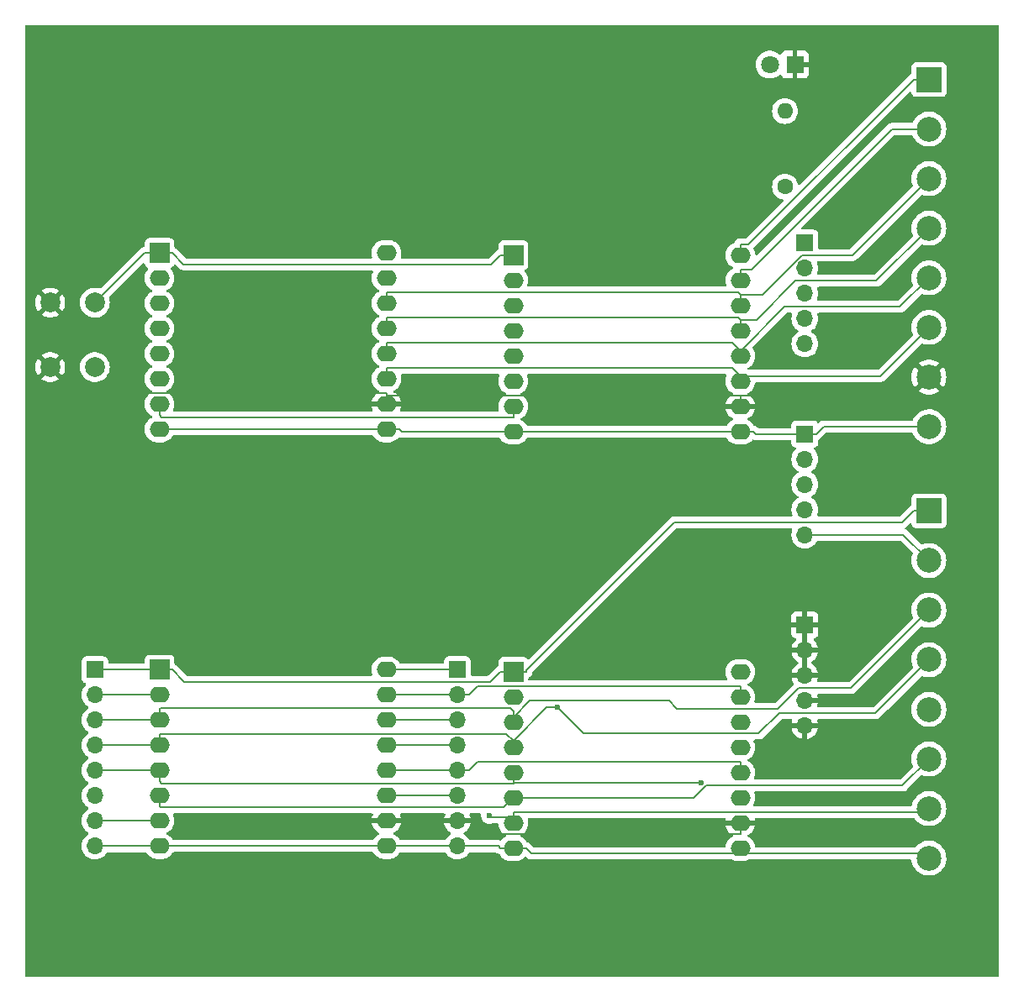
<source format=gbr>
%TF.GenerationSoftware,KiCad,Pcbnew,8.0.5-8.0.5-0~ubuntu24.04.1*%
%TF.CreationDate,2024-09-16T18:32:16+02:00*%
%TF.ProjectId,Test_elec,54657374-5f65-46c6-9563-2e6b69636164,rev?*%
%TF.SameCoordinates,Original*%
%TF.FileFunction,Copper,L1,Top*%
%TF.FilePolarity,Positive*%
%FSLAX46Y46*%
G04 Gerber Fmt 4.6, Leading zero omitted, Abs format (unit mm)*
G04 Created by KiCad (PCBNEW 8.0.5-8.0.5-0~ubuntu24.04.1) date 2024-09-16 18:32:16*
%MOMM*%
%LPD*%
G01*
G04 APERTURE LIST*
%TA.AperFunction,ComponentPad*%
%ADD10O,2.000000X1.600000*%
%TD*%
%TA.AperFunction,ComponentPad*%
%ADD11R,2.000000X2.000000*%
%TD*%
%TA.AperFunction,ComponentPad*%
%ADD12C,2.000000*%
%TD*%
%TA.AperFunction,ComponentPad*%
%ADD13C,1.600000*%
%TD*%
%TA.AperFunction,ComponentPad*%
%ADD14O,1.600000X1.600000*%
%TD*%
%TA.AperFunction,ComponentPad*%
%ADD15R,1.700000X1.700000*%
%TD*%
%TA.AperFunction,ComponentPad*%
%ADD16O,1.700000X1.700000*%
%TD*%
%TA.AperFunction,ComponentPad*%
%ADD17R,2.500000X2.500000*%
%TD*%
%TA.AperFunction,ComponentPad*%
%ADD18C,2.500000*%
%TD*%
%TA.AperFunction,ComponentPad*%
%ADD19R,1.800000X1.800000*%
%TD*%
%TA.AperFunction,ComponentPad*%
%ADD20C,1.800000*%
%TD*%
%TA.AperFunction,ViaPad*%
%ADD21C,0.600000*%
%TD*%
%TA.AperFunction,Conductor*%
%ADD22C,0.200000*%
%TD*%
G04 APERTURE END LIST*
D10*
%TO.P,U4,16,TX*%
%TO.N,Net-(J1-Pin_1)*%
X180500000Y-50220000D03*
%TO.P,U4,15,RX*%
%TO.N,Net-(J1-Pin_2)*%
X180500000Y-52760000D03*
%TO.P,U4,14,SCL/D1*%
%TO.N,Net-(J1-Pin_3)*%
X180500000Y-55300000D03*
%TO.P,U4,13,SDA/D2*%
%TO.N,Net-(J1-Pin_4)*%
X180500000Y-57840000D03*
%TO.P,U4,12,D3*%
%TO.N,Net-(J1-Pin_5)*%
X180500000Y-60380000D03*
%TO.P,U4,11,D4*%
%TO.N,Net-(J1-Pin_6)*%
X180500000Y-62920000D03*
%TO.P,U4,10,GND*%
%TO.N,GND*%
X180500000Y-65460000D03*
%TO.P,U4,9,5V*%
%TO.N,Net-(J1-Pin_8)*%
X180500000Y-68000000D03*
%TO.P,U4,8,3V3*%
X157640000Y-68000000D03*
%TO.P,U4,7,CS/D8*%
%TO.N,Net-(J2-Pin_7)*%
X157640000Y-65460000D03*
%TO.P,U4,6,MOSI/D7*%
%TO.N,Net-(J2-Pin_6)*%
X157640000Y-62920000D03*
%TO.P,U4,5,MISO/D6*%
%TO.N,Net-(J2-Pin_5)*%
X157640000Y-60380000D03*
%TO.P,U4,4,SCK/D5*%
%TO.N,Net-(J2-Pin_4)*%
X157640000Y-57840000D03*
%TO.P,U4,3,D0*%
%TO.N,Net-(J2-Pin_3)*%
X157640000Y-55300000D03*
%TO.P,U4,2,A0*%
%TO.N,Net-(J1-Pin_8)*%
X157640000Y-52760000D03*
D11*
%TO.P,U4,1,~{RST}*%
%TO.N,Net-(J2-Pin_1)*%
X157640000Y-50220000D03*
%TD*%
%TO.P,U3,1,~{RST}*%
%TO.N,Net-(J2-Pin_1)*%
X122000000Y-50000000D03*
D10*
%TO.P,U3,2,A0*%
%TO.N,Net-(J1-Pin_8)*%
X122000000Y-52540000D03*
%TO.P,U3,3,D0*%
%TO.N,Net-(J2-Pin_3)*%
X122000000Y-55080000D03*
%TO.P,U3,4,SCK/D5*%
%TO.N,Net-(J2-Pin_4)*%
X122000000Y-57620000D03*
%TO.P,U3,5,MISO/D6*%
%TO.N,Net-(J2-Pin_5)*%
X122000000Y-60160000D03*
%TO.P,U3,6,MOSI/D7*%
%TO.N,Net-(J2-Pin_6)*%
X122000000Y-62700000D03*
%TO.P,U3,7,CS/D8*%
%TO.N,Net-(J2-Pin_7)*%
X122000000Y-65240000D03*
%TO.P,U3,8,3V3*%
%TO.N,Net-(J1-Pin_8)*%
X122000000Y-67780000D03*
%TO.P,U3,9,5V*%
X144860000Y-67780000D03*
%TO.P,U3,10,GND*%
%TO.N,GND*%
X144860000Y-65240000D03*
%TO.P,U3,11,D4*%
%TO.N,Net-(J1-Pin_6)*%
X144860000Y-62700000D03*
%TO.P,U3,12,D3*%
%TO.N,Net-(J1-Pin_5)*%
X144860000Y-60160000D03*
%TO.P,U3,13,SDA/D2*%
%TO.N,Net-(J1-Pin_4)*%
X144860000Y-57620000D03*
%TO.P,U3,14,SCL/D1*%
%TO.N,Net-(J1-Pin_3)*%
X144860000Y-55080000D03*
%TO.P,U3,15,RX*%
%TO.N,Net-(J1-Pin_1)*%
X144860000Y-52540000D03*
%TO.P,U3,16,TX*%
X144860000Y-50000000D03*
%TD*%
D11*
%TO.P,U2,1,~{RST}*%
%TO.N,Net-(J2-Pin_1)*%
X122000000Y-92000000D03*
D10*
%TO.P,U2,2,A0*%
%TO.N,Net-(J1-Pin_8)*%
X122000000Y-94540000D03*
%TO.P,U2,3,D0*%
%TO.N,Net-(J2-Pin_3)*%
X122000000Y-97080000D03*
%TO.P,U2,4,SCK/D5*%
%TO.N,Net-(J2-Pin_4)*%
X122000000Y-99620000D03*
%TO.P,U2,5,MISO/D6*%
%TO.N,Net-(J2-Pin_5)*%
X122000000Y-102160000D03*
%TO.P,U2,6,MOSI/D7*%
%TO.N,Net-(J2-Pin_6)*%
X122000000Y-104700000D03*
%TO.P,U2,7,CS/D8*%
%TO.N,Net-(J2-Pin_7)*%
X122000000Y-107240000D03*
%TO.P,U2,8,3V3*%
%TO.N,Net-(J1-Pin_8)*%
X122000000Y-109780000D03*
%TO.P,U2,9,5V*%
X144860000Y-109780000D03*
%TO.P,U2,10,GND*%
%TO.N,GND*%
X144860000Y-107240000D03*
%TO.P,U2,11,D4*%
%TO.N,Net-(J1-Pin_6)*%
X144860000Y-104700000D03*
%TO.P,U2,12,D3*%
%TO.N,Net-(J1-Pin_5)*%
X144860000Y-102160000D03*
%TO.P,U2,13,SDA/D2*%
%TO.N,Net-(J1-Pin_4)*%
X144860000Y-99620000D03*
%TO.P,U2,14,SCL/D1*%
%TO.N,Net-(J1-Pin_3)*%
X144860000Y-97080000D03*
%TO.P,U2,15,RX*%
%TO.N,Net-(J1-Pin_2)*%
X144860000Y-94540000D03*
%TO.P,U2,16,TX*%
%TO.N,Net-(J1-Pin_1)*%
X144860000Y-92000000D03*
%TD*%
D11*
%TO.P,U1,1,~{RST}*%
%TO.N,Net-(J2-Pin_1)*%
X157640000Y-92220000D03*
D10*
%TO.P,U1,2,A0*%
%TO.N,Net-(J1-Pin_8)*%
X157640000Y-94760000D03*
%TO.P,U1,3,D0*%
%TO.N,Net-(J2-Pin_3)*%
X157640000Y-97300000D03*
%TO.P,U1,4,SCK/D5*%
%TO.N,Net-(J2-Pin_4)*%
X157640000Y-99840000D03*
%TO.P,U1,5,MISO/D6*%
%TO.N,Net-(J2-Pin_5)*%
X157640000Y-102380000D03*
%TO.P,U1,6,MOSI/D7*%
%TO.N,Net-(J2-Pin_6)*%
X157640000Y-104920000D03*
%TO.P,U1,7,CS/D8*%
%TO.N,Net-(J2-Pin_7)*%
X157640000Y-107460000D03*
%TO.P,U1,8,3V3*%
%TO.N,Net-(J1-Pin_8)*%
X157640000Y-110000000D03*
%TO.P,U1,9,5V*%
X180500000Y-110000000D03*
%TO.P,U1,10,GND*%
%TO.N,GND*%
X180500000Y-107460000D03*
%TO.P,U1,11,D4*%
%TO.N,Net-(J1-Pin_6)*%
X180500000Y-104920000D03*
%TO.P,U1,12,D3*%
%TO.N,Net-(J1-Pin_5)*%
X180500000Y-102380000D03*
%TO.P,U1,13,SDA/D2*%
%TO.N,Net-(J1-Pin_4)*%
X180500000Y-99840000D03*
%TO.P,U1,14,SCL/D1*%
%TO.N,Net-(J1-Pin_3)*%
X180500000Y-97300000D03*
%TO.P,U1,15,RX*%
%TO.N,Net-(J1-Pin_2)*%
X180500000Y-94760000D03*
%TO.P,U1,16,TX*%
%TO.N,Net-(J1-Pin_1)*%
X180500000Y-92220000D03*
%TD*%
D12*
%TO.P,SW1,1,1*%
%TO.N,GND*%
X111000000Y-61500000D03*
X111000000Y-55000000D03*
%TO.P,SW1,2,2*%
%TO.N,Net-(J2-Pin_1)*%
X115500000Y-61500000D03*
X115500000Y-55000000D03*
%TD*%
D13*
%TO.P,R1,1*%
%TO.N,Net-(D1-A)*%
X185000000Y-43310000D03*
D14*
%TO.P,R1,2*%
%TO.N,Net-(J1-Pin_8)*%
X185000000Y-35690000D03*
%TD*%
D15*
%TO.P,J7,1,Pin_1*%
%TO.N,GND*%
X187000000Y-87500000D03*
D16*
%TO.P,J7,2,Pin_2*%
X187000000Y-90040000D03*
%TO.P,J7,3,Pin_3*%
X187000000Y-92580000D03*
%TO.P,J7,4,Pin_4*%
X187000000Y-95120000D03*
%TO.P,J7,5,Pin_5*%
X187000000Y-97660000D03*
%TD*%
D15*
%TO.P,J6,1,Pin_1*%
%TO.N,Net-(J1-Pin_8)*%
X187000000Y-68250000D03*
D16*
%TO.P,J6,2,Pin_2*%
X187000000Y-70790000D03*
%TO.P,J6,3,Pin_3*%
X187000000Y-73330000D03*
%TO.P,J6,4,Pin_4*%
X187000000Y-75870000D03*
%TO.P,J6,5,Pin_5*%
X187000000Y-78410000D03*
%TD*%
D15*
%TO.P,J5,1,Pin_1*%
%TO.N,Net-(J1-Pin_8)*%
X187000000Y-49000000D03*
D16*
%TO.P,J5,2,Pin_2*%
X187000000Y-51540000D03*
%TO.P,J5,3,Pin_3*%
X187000000Y-54080000D03*
%TO.P,J5,4,Pin_4*%
X187000000Y-56620000D03*
%TO.P,J5,5,Pin_5*%
X187000000Y-59160000D03*
%TD*%
D17*
%TO.P,J4,1,Pin_1*%
%TO.N,Net-(J1-Pin_1)*%
X199500000Y-32500000D03*
D18*
%TO.P,J4,2,Pin_2*%
%TO.N,Net-(J1-Pin_2)*%
X199500000Y-37500000D03*
%TO.P,J4,3,Pin_3*%
%TO.N,Net-(J1-Pin_3)*%
X199500000Y-42500000D03*
%TO.P,J4,4,Pin_4*%
%TO.N,Net-(J1-Pin_4)*%
X199500000Y-47500000D03*
%TO.P,J4,5,Pin_5*%
%TO.N,Net-(J1-Pin_5)*%
X199500000Y-52500000D03*
%TO.P,J4,6,Pin_6*%
%TO.N,Net-(J1-Pin_6)*%
X199500000Y-57500000D03*
%TO.P,J4,7,Pin_7*%
%TO.N,GND*%
X199500000Y-62500000D03*
%TO.P,J4,8,Pin_8*%
%TO.N,Net-(J1-Pin_8)*%
X199500000Y-67500000D03*
%TD*%
D17*
%TO.P,J3,1,Pin_1*%
%TO.N,Net-(J2-Pin_1)*%
X199500000Y-76000000D03*
D18*
%TO.P,J3,2,Pin_2*%
%TO.N,Net-(J1-Pin_8)*%
X199500000Y-81000000D03*
%TO.P,J3,3,Pin_3*%
%TO.N,Net-(J2-Pin_3)*%
X199500000Y-86000000D03*
%TO.P,J3,4,Pin_4*%
%TO.N,Net-(J2-Pin_4)*%
X199500000Y-91000000D03*
%TO.P,J3,5,Pin_5*%
%TO.N,Net-(J2-Pin_5)*%
X199500000Y-96000000D03*
%TO.P,J3,6,Pin_6*%
%TO.N,Net-(J2-Pin_6)*%
X199500000Y-101000000D03*
%TO.P,J3,7,Pin_7*%
%TO.N,Net-(J2-Pin_7)*%
X199500000Y-106000000D03*
%TO.P,J3,8,Pin_8*%
%TO.N,Net-(J1-Pin_8)*%
X199500000Y-111000000D03*
%TD*%
D16*
%TO.P,J2,8,Pin_8*%
%TO.N,Net-(J1-Pin_8)*%
X115500000Y-109795000D03*
%TO.P,J2,7,Pin_7*%
%TO.N,Net-(J2-Pin_7)*%
X115500000Y-107255000D03*
%TO.P,J2,6,Pin_6*%
%TO.N,Net-(J2-Pin_6)*%
X115500000Y-104715000D03*
%TO.P,J2,5,Pin_5*%
%TO.N,Net-(J2-Pin_5)*%
X115500000Y-102175000D03*
%TO.P,J2,4,Pin_4*%
%TO.N,Net-(J2-Pin_4)*%
X115500000Y-99635000D03*
%TO.P,J2,3,Pin_3*%
%TO.N,Net-(J2-Pin_3)*%
X115500000Y-97095000D03*
%TO.P,J2,2,Pin_2*%
%TO.N,Net-(J1-Pin_8)*%
X115500000Y-94555000D03*
D15*
%TO.P,J2,1,Pin_1*%
%TO.N,Net-(J2-Pin_1)*%
X115500000Y-92015000D03*
%TD*%
%TO.P,J1,1,Pin_1*%
%TO.N,Net-(J1-Pin_1)*%
X152000000Y-92015000D03*
D16*
%TO.P,J1,2,Pin_2*%
%TO.N,Net-(J1-Pin_2)*%
X152000000Y-94555000D03*
%TO.P,J1,3,Pin_3*%
%TO.N,Net-(J1-Pin_3)*%
X152000000Y-97095000D03*
%TO.P,J1,4,Pin_4*%
%TO.N,Net-(J1-Pin_4)*%
X152000000Y-99635000D03*
%TO.P,J1,5,Pin_5*%
%TO.N,Net-(J1-Pin_5)*%
X152000000Y-102175000D03*
%TO.P,J1,6,Pin_6*%
%TO.N,Net-(J1-Pin_6)*%
X152000000Y-104715000D03*
%TO.P,J1,7,Pin_7*%
%TO.N,GND*%
X152000000Y-107255000D03*
%TO.P,J1,8,Pin_8*%
%TO.N,Net-(J1-Pin_8)*%
X152000000Y-109795000D03*
%TD*%
D19*
%TO.P,D1,1,K*%
%TO.N,GND*%
X186000000Y-31000000D03*
D20*
%TO.P,D1,2,A*%
%TO.N,Net-(D1-A)*%
X183460000Y-31000000D03*
%TD*%
D21*
%TO.N,Net-(J2-Pin_5)*%
X176523100Y-103380800D03*
%TO.N,Net-(J2-Pin_4)*%
X162041000Y-95781300D03*
%TO.N,Net-(J2-Pin_7)*%
X155206800Y-106744100D03*
%TD*%
D22*
%TO.N,Net-(J2-Pin_5)*%
X122220000Y-103481700D02*
X157640000Y-103481700D01*
X122000000Y-103261700D02*
X122220000Y-103481700D01*
X122000000Y-102160000D02*
X122000000Y-103261700D01*
X120683300Y-102175000D02*
X120698300Y-102160000D01*
X115500000Y-102175000D02*
X120683300Y-102175000D01*
X122000000Y-102160000D02*
X120698300Y-102160000D01*
X157640000Y-102380000D02*
X157640000Y-103380800D01*
X157640000Y-103380800D02*
X157640000Y-103481700D01*
X157640000Y-103380800D02*
X176523100Y-103380800D01*
%TO.N,Net-(J2-Pin_1)*%
X120683300Y-92015000D02*
X120698300Y-92000000D01*
X115500000Y-92015000D02*
X120683300Y-92015000D01*
X122000000Y-92000000D02*
X120698300Y-92000000D01*
X122000000Y-92000000D02*
X123301700Y-92000000D01*
X120500000Y-50000000D02*
X122000000Y-50000000D01*
X115500000Y-55000000D02*
X120500000Y-50000000D01*
X155419600Y-51138700D02*
X156338300Y-50220000D01*
X124440400Y-51138700D02*
X155419600Y-51138700D01*
X123301700Y-50000000D02*
X124440400Y-51138700D01*
X122000000Y-50000000D02*
X123301700Y-50000000D01*
X157640000Y-50220000D02*
X156338300Y-50220000D01*
X199500000Y-76000000D02*
X197948300Y-76000000D01*
X155342900Y-93215400D02*
X156338300Y-92220000D01*
X124517100Y-93215400D02*
X155342900Y-93215400D01*
X123301700Y-92000000D02*
X124517100Y-93215400D01*
X157640000Y-92220000D02*
X158941700Y-92220000D01*
X157640000Y-92220000D02*
X156338300Y-92220000D01*
X158941700Y-92048700D02*
X158941700Y-92220000D01*
X173850400Y-77140000D02*
X158941700Y-92048700D01*
X196808300Y-77140000D02*
X173850400Y-77140000D01*
X197948300Y-76000000D02*
X196808300Y-77140000D01*
%TO.N,Net-(J2-Pin_4)*%
X157640000Y-99840000D02*
X157640000Y-99289100D01*
X122000000Y-99620000D02*
X122000000Y-98518300D01*
X120683300Y-99635000D02*
X120698300Y-99620000D01*
X115500000Y-99635000D02*
X120683300Y-99635000D01*
X122000000Y-99620000D02*
X120698300Y-99620000D01*
X157640000Y-99289100D02*
X157640000Y-99160000D01*
X156947400Y-98467400D02*
X157640000Y-99160000D01*
X122050900Y-98467400D02*
X156947400Y-98467400D01*
X122000000Y-98518300D02*
X122050900Y-98467400D01*
X161018700Y-95781300D02*
X162041000Y-95781300D01*
X157640000Y-99160000D02*
X161018700Y-95781300D01*
X194110000Y-96390000D02*
X199500000Y-91000000D01*
X184395900Y-96390000D02*
X194110000Y-96390000D01*
X182344700Y-98441200D02*
X184395900Y-96390000D01*
X164700900Y-98441200D02*
X182344700Y-98441200D01*
X162041000Y-95781300D02*
X164700900Y-98441200D01*
%TO.N,Net-(J2-Pin_6)*%
X156673500Y-105886500D02*
X157640000Y-104920000D01*
X122084800Y-105886500D02*
X156673500Y-105886500D01*
X122000000Y-105801700D02*
X122084800Y-105886500D01*
X122000000Y-104700000D02*
X122000000Y-105801700D01*
X196818300Y-103681700D02*
X199500000Y-101000000D01*
X177073100Y-103681700D02*
X196818300Y-103681700D01*
X175834800Y-104920000D02*
X177073100Y-103681700D01*
X157640000Y-104920000D02*
X175834800Y-104920000D01*
%TO.N,Net-(J2-Pin_3)*%
X122088900Y-95889400D02*
X122000000Y-95978300D01*
X157331100Y-95889400D02*
X122088900Y-95889400D01*
X157640000Y-96198300D02*
X157331100Y-95889400D01*
X122000000Y-97080000D02*
X122000000Y-95978300D01*
X120683300Y-97095000D02*
X120698300Y-97080000D01*
X115500000Y-97095000D02*
X120683300Y-97095000D01*
X122000000Y-97080000D02*
X120698300Y-97080000D01*
X157640000Y-97300000D02*
X157640000Y-96766400D01*
X157640000Y-96766400D02*
X157640000Y-96198300D01*
X191650000Y-93850000D02*
X199500000Y-86000000D01*
X186370000Y-93850000D02*
X191650000Y-93850000D01*
X184282000Y-95938000D02*
X186370000Y-93850000D01*
X174109500Y-95938000D02*
X184282000Y-95938000D01*
X173314900Y-95143400D02*
X174109500Y-95938000D01*
X159263000Y-95143400D02*
X173314900Y-95143400D01*
X157640000Y-96766400D02*
X159263000Y-95143400D01*
%TO.N,Net-(J2-Pin_7)*%
X199141700Y-106358300D02*
X157640000Y-106358300D01*
X199500000Y-106000000D02*
X199141700Y-106358300D01*
X120683300Y-107255000D02*
X120698300Y-107240000D01*
X115500000Y-107255000D02*
X120683300Y-107255000D01*
X122000000Y-107240000D02*
X120698300Y-107240000D01*
X122220000Y-66561700D02*
X157640000Y-66561700D01*
X122000000Y-66341700D02*
X122220000Y-66561700D01*
X122000000Y-65240000D02*
X122000000Y-66341700D01*
X157640000Y-65460000D02*
X157640000Y-66561700D01*
X157640000Y-107460000D02*
X157640000Y-106909100D01*
X157640000Y-106909100D02*
X157640000Y-106358300D01*
X155371800Y-106909100D02*
X155206800Y-106744100D01*
X157640000Y-106909100D02*
X155371800Y-106909100D01*
%TO.N,Net-(J1-Pin_5)*%
X144860000Y-102160000D02*
X146161700Y-102160000D01*
X146176700Y-102175000D02*
X152000000Y-102175000D01*
X146161700Y-102160000D02*
X146176700Y-102175000D01*
X154048400Y-101278300D02*
X153151700Y-102175000D01*
X180500000Y-101278300D02*
X154048400Y-101278300D01*
X180500000Y-102380000D02*
X180500000Y-101278300D01*
X152000000Y-102175000D02*
X153151700Y-102175000D01*
X180500000Y-60380000D02*
X180500000Y-59846400D01*
X196574900Y-55425100D02*
X199500000Y-52500000D01*
X184921300Y-55425100D02*
X196574900Y-55425100D01*
X180500000Y-59846400D02*
X184921300Y-55425100D01*
X144860000Y-60160000D02*
X144860000Y-59058300D01*
X179711900Y-59058300D02*
X144860000Y-59058300D01*
X180500000Y-59846400D02*
X179711900Y-59058300D01*
%TO.N,Net-(J1-Pin_3)*%
X146176700Y-97095000D02*
X146161700Y-97080000D01*
X152000000Y-97095000D02*
X146176700Y-97095000D01*
X144860000Y-97080000D02*
X146161700Y-97080000D01*
X180280000Y-53978300D02*
X180500000Y-54198300D01*
X144860000Y-53978300D02*
X180280000Y-53978300D01*
X144860000Y-55080000D02*
X144860000Y-53978300D01*
X180500000Y-55300000D02*
X180500000Y-54198300D01*
X182697800Y-54198300D02*
X180500000Y-54198300D01*
X186686100Y-50210000D02*
X182697800Y-54198300D01*
X191790000Y-50210000D02*
X186686100Y-50210000D01*
X199500000Y-42500000D02*
X191790000Y-50210000D01*
%TO.N,Net-(J1-Pin_6)*%
X146176700Y-104715000D02*
X146161700Y-104700000D01*
X152000000Y-104715000D02*
X146176700Y-104715000D01*
X144860000Y-104700000D02*
X146161700Y-104700000D01*
X180500000Y-62920000D02*
X180500000Y-62386400D01*
X194613600Y-62386400D02*
X180500000Y-62386400D01*
X199500000Y-57500000D02*
X194613600Y-62386400D01*
X179711900Y-61598300D02*
X144860000Y-61598300D01*
X180500000Y-62386400D02*
X179711900Y-61598300D01*
X144860000Y-62700000D02*
X144860000Y-61598300D01*
%TO.N,Net-(J1-Pin_2)*%
X144860000Y-94540000D02*
X146161700Y-94540000D01*
X181601700Y-51658300D02*
X180500000Y-51658300D01*
X195760000Y-37500000D02*
X181601700Y-51658300D01*
X199500000Y-37500000D02*
X195760000Y-37500000D01*
X180500000Y-52760000D02*
X180500000Y-51658300D01*
X146176700Y-94555000D02*
X152000000Y-94555000D01*
X146161700Y-94540000D02*
X146176700Y-94555000D01*
X154048400Y-93658300D02*
X153151700Y-94555000D01*
X180500000Y-93658300D02*
X154048400Y-93658300D01*
X180500000Y-94760000D02*
X180500000Y-93658300D01*
X152000000Y-94555000D02*
X153151700Y-94555000D01*
%TO.N,Net-(J1-Pin_8)*%
X157640000Y-110000000D02*
X156338300Y-110000000D01*
X120683300Y-94555000D02*
X120698300Y-94540000D01*
X115500000Y-94555000D02*
X120683300Y-94555000D01*
X122000000Y-94540000D02*
X120698300Y-94540000D01*
X120683300Y-109795000D02*
X120698300Y-109780000D01*
X115500000Y-109795000D02*
X120683300Y-109795000D01*
X122000000Y-109780000D02*
X120698300Y-109780000D01*
X196910000Y-78410000D02*
X187000000Y-78410000D01*
X199500000Y-81000000D02*
X196910000Y-78410000D01*
X188901700Y-67500000D02*
X188151700Y-68250000D01*
X199500000Y-67500000D02*
X188901700Y-67500000D01*
X187575900Y-68250000D02*
X188151700Y-68250000D01*
X187575900Y-68250000D02*
X187000000Y-68250000D01*
X182051700Y-68250000D02*
X181801700Y-68000000D01*
X187000000Y-68250000D02*
X182051700Y-68250000D01*
X180500000Y-68000000D02*
X181801700Y-68000000D01*
X180500000Y-110000000D02*
X180500000Y-110550800D01*
X157640000Y-110000000D02*
X158941700Y-110000000D01*
X144860000Y-109780000D02*
X122000000Y-109780000D01*
X122000000Y-67780000D02*
X144860000Y-67780000D01*
X156133300Y-109795000D02*
X152000000Y-109795000D01*
X156338300Y-110000000D02*
X156133300Y-109795000D01*
X146176700Y-109795000D02*
X146161700Y-109780000D01*
X152000000Y-109795000D02*
X146176700Y-109795000D01*
X144860000Y-109780000D02*
X146161700Y-109780000D01*
X180500000Y-68000000D02*
X157640000Y-68000000D01*
X146381700Y-68000000D02*
X146161700Y-67780000D01*
X157640000Y-68000000D02*
X146381700Y-68000000D01*
X144860000Y-67780000D02*
X146161700Y-67780000D01*
X159492500Y-110550800D02*
X180500000Y-110550800D01*
X158941700Y-110000000D02*
X159492500Y-110550800D01*
X199050800Y-110550800D02*
X199500000Y-111000000D01*
X180500000Y-110550800D02*
X199050800Y-110550800D01*
%TO.N,Net-(J1-Pin_4)*%
X144860000Y-99620000D02*
X146161700Y-99620000D01*
X146176700Y-99635000D02*
X152000000Y-99635000D01*
X146161700Y-99620000D02*
X146176700Y-99635000D01*
X180280000Y-56518300D02*
X180500000Y-56738300D01*
X144860000Y-56518300D02*
X180280000Y-56518300D01*
X144860000Y-57620000D02*
X144860000Y-56518300D01*
X180500000Y-57840000D02*
X180500000Y-56738300D01*
X182130100Y-56738300D02*
X180500000Y-56738300D01*
X186058400Y-52810000D02*
X182130100Y-56738300D01*
X194190000Y-52810000D02*
X186058400Y-52810000D01*
X199500000Y-47500000D02*
X194190000Y-52810000D01*
%TO.N,Net-(J1-Pin_1)*%
X144860000Y-92000000D02*
X146161700Y-92000000D01*
X146176700Y-92015000D02*
X146161700Y-92000000D01*
X152000000Y-92015000D02*
X146176700Y-92015000D01*
X181330000Y-49118300D02*
X180500000Y-49118300D01*
X197948300Y-32500000D02*
X181330000Y-49118300D01*
X199500000Y-32500000D02*
X197948300Y-32500000D01*
X180500000Y-50220000D02*
X180500000Y-49118300D01*
%TO.N,GND*%
X146176700Y-107255000D02*
X146161700Y-107240000D01*
X152000000Y-107255000D02*
X146176700Y-107255000D01*
X144860000Y-107240000D02*
X146161700Y-107240000D01*
X197641700Y-64358300D02*
X180500000Y-64358300D01*
X199500000Y-62500000D02*
X197641700Y-64358300D01*
X180500000Y-65460000D02*
X180500000Y-64358300D01*
X113638300Y-64138300D02*
X144860000Y-64138300D01*
X111000000Y-61500000D02*
X113638300Y-64138300D01*
X154458400Y-108561700D02*
X153151700Y-107255000D01*
X180500000Y-108561700D02*
X154458400Y-108561700D01*
X180500000Y-107460000D02*
X180500000Y-108561700D01*
X152000000Y-107255000D02*
X153151700Y-107255000D01*
X144860000Y-65240000D02*
X144860000Y-64349100D01*
X144860000Y-64349100D02*
X144860000Y-64138300D01*
X180490800Y-64349100D02*
X180500000Y-64358300D01*
X144860000Y-64349100D02*
X180490800Y-64349100D01*
%TD*%
%TA.AperFunction,Conductor*%
%TO.N,GND*%
G36*
X178992317Y-106978485D02*
G01*
X179038072Y-107031289D01*
X179048016Y-107100447D01*
X179043209Y-107121119D01*
X179032008Y-107155588D01*
X179023391Y-107210000D01*
X180066988Y-107210000D01*
X180034075Y-107267007D01*
X180000000Y-107394174D01*
X180000000Y-107525826D01*
X180034075Y-107652993D01*
X180066988Y-107710000D01*
X179023391Y-107710000D01*
X179032009Y-107764413D01*
X179095244Y-107959029D01*
X179188140Y-108141349D01*
X179308417Y-108306894D01*
X179308417Y-108306895D01*
X179453104Y-108451582D01*
X179618652Y-108571861D01*
X179711628Y-108619234D01*
X179762425Y-108667208D01*
X179779220Y-108735029D01*
X179756683Y-108801164D01*
X179711630Y-108840203D01*
X179618388Y-108887713D01*
X179452786Y-109008028D01*
X179308028Y-109152786D01*
X179187715Y-109318386D01*
X179094781Y-109500776D01*
X179031522Y-109695465D01*
X179007728Y-109845698D01*
X178977799Y-109908833D01*
X178918487Y-109945764D01*
X178885255Y-109950300D01*
X159792597Y-109950300D01*
X159725558Y-109930615D01*
X159704916Y-109913981D01*
X159429290Y-109638355D01*
X159429288Y-109638352D01*
X159310417Y-109519481D01*
X159310416Y-109519480D01*
X159223604Y-109469360D01*
X159223604Y-109469359D01*
X159223600Y-109469358D01*
X159173485Y-109440423D01*
X159042649Y-109405365D01*
X158982989Y-109368999D01*
X158964258Y-109341884D01*
X158952286Y-109318388D01*
X158831971Y-109152786D01*
X158687213Y-109008028D01*
X158521614Y-108887715D01*
X158515006Y-108884348D01*
X158428917Y-108840483D01*
X158378123Y-108792511D01*
X158361328Y-108724690D01*
X158383865Y-108658555D01*
X158428917Y-108619516D01*
X158521610Y-108572287D01*
X158555727Y-108547500D01*
X158687213Y-108451971D01*
X158687215Y-108451968D01*
X158687219Y-108451966D01*
X158831966Y-108307219D01*
X158831968Y-108307215D01*
X158831971Y-108307213D01*
X158886919Y-108231582D01*
X158952287Y-108141610D01*
X159045220Y-107959219D01*
X159108477Y-107764534D01*
X159140500Y-107562352D01*
X159140500Y-107357648D01*
X159122874Y-107246362D01*
X159108477Y-107155465D01*
X159097317Y-107121119D01*
X159095322Y-107051278D01*
X159131402Y-106991445D01*
X159194102Y-106960616D01*
X159215248Y-106958800D01*
X178925278Y-106958800D01*
X178992317Y-106978485D01*
G37*
%TD.AperFunction*%
%TA.AperFunction,Conductor*%
G36*
X154358486Y-106506685D02*
G01*
X154404241Y-106559489D01*
X154414667Y-106624883D01*
X154401235Y-106744096D01*
X154401235Y-106744103D01*
X154421430Y-106923349D01*
X154421431Y-106923354D01*
X154481011Y-107093623D01*
X154531625Y-107174174D01*
X154576984Y-107246362D01*
X154704538Y-107373916D01*
X154857278Y-107469889D01*
X154970766Y-107509600D01*
X155027545Y-107529468D01*
X155027550Y-107529469D01*
X155206796Y-107549665D01*
X155206800Y-107549665D01*
X155206804Y-107549665D01*
X155386046Y-107529469D01*
X155386045Y-107529469D01*
X155386055Y-107529468D01*
X155422946Y-107516558D01*
X155463901Y-107509600D01*
X156025239Y-107509600D01*
X156092278Y-107529285D01*
X156138033Y-107582089D01*
X156147712Y-107614202D01*
X156171522Y-107764534D01*
X156234781Y-107959223D01*
X156327715Y-108141613D01*
X156448028Y-108307213D01*
X156592786Y-108451971D01*
X156724273Y-108547500D01*
X156758390Y-108572287D01*
X156849840Y-108618883D01*
X156851080Y-108619515D01*
X156901876Y-108667490D01*
X156918671Y-108735311D01*
X156896134Y-108801446D01*
X156851080Y-108840485D01*
X156758386Y-108887715D01*
X156592786Y-109008028D01*
X156448036Y-109152778D01*
X156448033Y-109152782D01*
X156434350Y-109171615D01*
X156379019Y-109214280D01*
X156309405Y-109220258D01*
X156301940Y-109218503D01*
X156281916Y-109213137D01*
X156212357Y-109194499D01*
X156054243Y-109194499D01*
X156046647Y-109194499D01*
X156046631Y-109194500D01*
X153289091Y-109194500D01*
X153222052Y-109174815D01*
X153176711Y-109122909D01*
X153174037Y-109117175D01*
X153174034Y-109117170D01*
X153174033Y-109117169D01*
X153044928Y-108932786D01*
X153038494Y-108923597D01*
X152871402Y-108756506D01*
X152871401Y-108756505D01*
X152685405Y-108626269D01*
X152641781Y-108571692D01*
X152634588Y-108502193D01*
X152666110Y-108439839D01*
X152685405Y-108423119D01*
X152871082Y-108293105D01*
X153038105Y-108126082D01*
X153173600Y-107932578D01*
X153273429Y-107718492D01*
X153273432Y-107718486D01*
X153330636Y-107505000D01*
X152433012Y-107505000D01*
X152465925Y-107447993D01*
X152500000Y-107320826D01*
X152500000Y-107189174D01*
X152465925Y-107062007D01*
X152433012Y-107005000D01*
X153330636Y-107005000D01*
X153330635Y-107004999D01*
X153273432Y-106791513D01*
X153273429Y-106791507D01*
X153213695Y-106663405D01*
X153203203Y-106594327D01*
X153231723Y-106530543D01*
X153290199Y-106492304D01*
X153326077Y-106487000D01*
X154291447Y-106487000D01*
X154358486Y-106506685D01*
G37*
%TD.AperFunction*%
%TA.AperFunction,Conductor*%
G36*
X150740962Y-106506685D02*
G01*
X150786717Y-106559489D01*
X150796661Y-106628647D01*
X150786305Y-106663405D01*
X150726570Y-106791507D01*
X150726567Y-106791513D01*
X150669364Y-107004999D01*
X150669364Y-107005000D01*
X151566988Y-107005000D01*
X151534075Y-107062007D01*
X151500000Y-107189174D01*
X151500000Y-107320826D01*
X151534075Y-107447993D01*
X151566988Y-107505000D01*
X150669364Y-107505000D01*
X150726567Y-107718486D01*
X150726570Y-107718492D01*
X150826399Y-107932578D01*
X150961894Y-108126082D01*
X151128917Y-108293105D01*
X151314595Y-108423119D01*
X151358219Y-108477696D01*
X151365412Y-108547195D01*
X151333890Y-108609549D01*
X151314595Y-108626269D01*
X151128594Y-108756508D01*
X150961506Y-108923596D01*
X150825965Y-109117170D01*
X150825962Y-109117175D01*
X150823289Y-109122909D01*
X150777115Y-109175346D01*
X150710909Y-109194500D01*
X146313067Y-109194500D01*
X146280973Y-109190275D01*
X146262649Y-109185365D01*
X146202989Y-109148999D01*
X146184258Y-109121884D01*
X146172286Y-109098388D01*
X146051971Y-108932786D01*
X145907213Y-108788028D01*
X145741611Y-108667713D01*
X145648369Y-108620203D01*
X145597574Y-108572229D01*
X145580779Y-108504407D01*
X145603317Y-108438273D01*
X145648371Y-108399234D01*
X145741347Y-108351861D01*
X145906894Y-108231582D01*
X145906895Y-108231582D01*
X146051582Y-108086895D01*
X146051582Y-108086894D01*
X146171859Y-107921349D01*
X146264755Y-107739029D01*
X146327990Y-107544413D01*
X146336609Y-107490000D01*
X145293012Y-107490000D01*
X145325925Y-107432993D01*
X145360000Y-107305826D01*
X145360000Y-107174174D01*
X145325925Y-107047007D01*
X145293012Y-106990000D01*
X146336609Y-106990000D01*
X146327990Y-106935586D01*
X146264755Y-106740970D01*
X146227216Y-106667295D01*
X146214320Y-106598626D01*
X146240596Y-106533886D01*
X146297702Y-106493628D01*
X146337701Y-106487000D01*
X150673923Y-106487000D01*
X150740962Y-106506685D01*
G37*
%TD.AperFunction*%
%TA.AperFunction,Conductor*%
G36*
X143449338Y-106506685D02*
G01*
X143495093Y-106559489D01*
X143505037Y-106628647D01*
X143492784Y-106667295D01*
X143455244Y-106740970D01*
X143392009Y-106935586D01*
X143383391Y-106990000D01*
X144426988Y-106990000D01*
X144394075Y-107047007D01*
X144360000Y-107174174D01*
X144360000Y-107305826D01*
X144394075Y-107432993D01*
X144426988Y-107490000D01*
X143383391Y-107490000D01*
X143392009Y-107544413D01*
X143455244Y-107739029D01*
X143548140Y-107921349D01*
X143668417Y-108086894D01*
X143668417Y-108086895D01*
X143813104Y-108231582D01*
X143978652Y-108351861D01*
X144071628Y-108399234D01*
X144122425Y-108447208D01*
X144139220Y-108515029D01*
X144116683Y-108581164D01*
X144071630Y-108620203D01*
X143978388Y-108667713D01*
X143812786Y-108788028D01*
X143668028Y-108932786D01*
X143547715Y-109098385D01*
X143540883Y-109111795D01*
X143492909Y-109162591D01*
X143430398Y-109179500D01*
X123429602Y-109179500D01*
X123362563Y-109159815D01*
X123319117Y-109111795D01*
X123312284Y-109098385D01*
X123191971Y-108932786D01*
X123047213Y-108788028D01*
X122881614Y-108667715D01*
X122863083Y-108658273D01*
X122788917Y-108620483D01*
X122738123Y-108572511D01*
X122721328Y-108504690D01*
X122743865Y-108438555D01*
X122788917Y-108399516D01*
X122881610Y-108352287D01*
X122902770Y-108336913D01*
X123047213Y-108231971D01*
X123047215Y-108231968D01*
X123047219Y-108231966D01*
X123191966Y-108087219D01*
X123191968Y-108087215D01*
X123191971Y-108087213D01*
X123284395Y-107960000D01*
X123312287Y-107921610D01*
X123405220Y-107739219D01*
X123468477Y-107544534D01*
X123500500Y-107342352D01*
X123500500Y-107137648D01*
X123493527Y-107093622D01*
X123468477Y-106935465D01*
X123421649Y-106791344D01*
X123405220Y-106740781D01*
X123405218Y-106740778D01*
X123405218Y-106740776D01*
X123367777Y-106667295D01*
X123354881Y-106598626D01*
X123381157Y-106533885D01*
X123438264Y-106493628D01*
X123478262Y-106487000D01*
X143382299Y-106487000D01*
X143449338Y-106506685D01*
G37*
%TD.AperFunction*%
%TA.AperFunction,Conductor*%
G36*
X187193039Y-97010185D02*
G01*
X187238794Y-97062989D01*
X187250000Y-97114500D01*
X187250000Y-97226988D01*
X187192993Y-97194075D01*
X187065826Y-97160000D01*
X186934174Y-97160000D01*
X186807007Y-97194075D01*
X186750000Y-97226988D01*
X186750000Y-97114500D01*
X186769685Y-97047461D01*
X186822489Y-97001706D01*
X186874000Y-96990500D01*
X187126000Y-96990500D01*
X187193039Y-97010185D01*
G37*
%TD.AperFunction*%
%TA.AperFunction,Conductor*%
G36*
X187250000Y-95665500D02*
G01*
X187230315Y-95732539D01*
X187177511Y-95778294D01*
X187126000Y-95789500D01*
X186874000Y-95789500D01*
X186806961Y-95769815D01*
X186761206Y-95717011D01*
X186750000Y-95665500D01*
X186750000Y-95553012D01*
X186807007Y-95585925D01*
X186934174Y-95620000D01*
X187065826Y-95620000D01*
X187192993Y-95585925D01*
X187250000Y-95553012D01*
X187250000Y-95665500D01*
G37*
%TD.AperFunction*%
%TA.AperFunction,Conductor*%
G36*
X187193039Y-94470185D02*
G01*
X187238794Y-94522989D01*
X187250000Y-94574500D01*
X187250000Y-94686988D01*
X187192993Y-94654075D01*
X187065826Y-94620000D01*
X186934174Y-94620000D01*
X186807007Y-94654075D01*
X186750000Y-94686988D01*
X186750000Y-94574500D01*
X186769685Y-94507461D01*
X186822489Y-94461706D01*
X186874000Y-94450500D01*
X187126000Y-94450500D01*
X187193039Y-94470185D01*
G37*
%TD.AperFunction*%
%TA.AperFunction,Conductor*%
G36*
X187250000Y-93125500D02*
G01*
X187230315Y-93192539D01*
X187177511Y-93238294D01*
X187126000Y-93249500D01*
X186874000Y-93249500D01*
X186806961Y-93229815D01*
X186761206Y-93177011D01*
X186750000Y-93125500D01*
X186750000Y-93013012D01*
X186807007Y-93045925D01*
X186934174Y-93080000D01*
X187065826Y-93080000D01*
X187192993Y-93045925D01*
X187250000Y-93013012D01*
X187250000Y-93125500D01*
G37*
%TD.AperFunction*%
%TA.AperFunction,Conductor*%
G36*
X187250000Y-92146988D02*
G01*
X187192993Y-92114075D01*
X187065826Y-92080000D01*
X186934174Y-92080000D01*
X186807007Y-92114075D01*
X186750000Y-92146988D01*
X186750000Y-90473012D01*
X186807007Y-90505925D01*
X186934174Y-90540000D01*
X187065826Y-90540000D01*
X187192993Y-90505925D01*
X187250000Y-90473012D01*
X187250000Y-92146988D01*
G37*
%TD.AperFunction*%
%TA.AperFunction,Conductor*%
G36*
X187250000Y-89606988D02*
G01*
X187192993Y-89574075D01*
X187065826Y-89540000D01*
X186934174Y-89540000D01*
X186807007Y-89574075D01*
X186750000Y-89606988D01*
X186750000Y-87933012D01*
X186807007Y-87965925D01*
X186934174Y-88000000D01*
X187065826Y-88000000D01*
X187192993Y-87965925D01*
X187250000Y-87933012D01*
X187250000Y-89606988D01*
G37*
%TD.AperFunction*%
%TA.AperFunction,Conductor*%
G36*
X179072574Y-62218485D02*
G01*
X179118329Y-62271289D01*
X179128273Y-62340447D01*
X179116020Y-62379095D01*
X179094781Y-62420776D01*
X179031522Y-62615465D01*
X178999500Y-62817648D01*
X178999500Y-63022351D01*
X179031522Y-63224534D01*
X179094781Y-63419223D01*
X179187715Y-63601613D01*
X179308028Y-63767213D01*
X179452786Y-63911971D01*
X179601193Y-64019793D01*
X179618390Y-64032287D01*
X179690424Y-64068990D01*
X179711629Y-64079795D01*
X179762425Y-64127770D01*
X179779220Y-64195591D01*
X179756682Y-64261726D01*
X179711629Y-64300765D01*
X179618650Y-64348140D01*
X179453105Y-64468417D01*
X179453104Y-64468417D01*
X179308417Y-64613104D01*
X179308417Y-64613105D01*
X179188140Y-64778650D01*
X179095244Y-64960970D01*
X179032009Y-65155586D01*
X179023391Y-65210000D01*
X180066988Y-65210000D01*
X180034075Y-65267007D01*
X180000000Y-65394174D01*
X180000000Y-65525826D01*
X180034075Y-65652993D01*
X180066988Y-65710000D01*
X179023391Y-65710000D01*
X179032009Y-65764413D01*
X179095244Y-65959029D01*
X179188140Y-66141349D01*
X179308417Y-66306894D01*
X179308417Y-66306895D01*
X179453104Y-66451582D01*
X179618652Y-66571861D01*
X179711628Y-66619234D01*
X179762425Y-66667208D01*
X179779220Y-66735029D01*
X179756683Y-66801164D01*
X179711630Y-66840203D01*
X179618388Y-66887713D01*
X179452786Y-67008028D01*
X179308028Y-67152786D01*
X179187715Y-67318385D01*
X179180883Y-67331795D01*
X179132909Y-67382591D01*
X179070398Y-67399500D01*
X159069602Y-67399500D01*
X159002563Y-67379815D01*
X158959117Y-67331795D01*
X158952284Y-67318385D01*
X158831971Y-67152786D01*
X158687213Y-67008028D01*
X158521614Y-66887715D01*
X158498653Y-66876016D01*
X158428917Y-66840483D01*
X158378123Y-66792511D01*
X158361328Y-66724690D01*
X158383865Y-66658555D01*
X158428917Y-66619516D01*
X158521610Y-66572287D01*
X158575771Y-66532937D01*
X158687213Y-66451971D01*
X158687215Y-66451968D01*
X158687219Y-66451966D01*
X158831966Y-66307219D01*
X158831968Y-66307215D01*
X158831971Y-66307213D01*
X158886640Y-66231966D01*
X158952287Y-66141610D01*
X159045220Y-65959219D01*
X159108477Y-65764534D01*
X159140500Y-65562352D01*
X159140500Y-65357648D01*
X159126144Y-65267007D01*
X159108477Y-65155465D01*
X159077426Y-65059901D01*
X159045220Y-64960781D01*
X159045218Y-64960778D01*
X159045218Y-64960776D01*
X158952419Y-64778650D01*
X158952287Y-64778390D01*
X158924959Y-64740776D01*
X158831971Y-64612786D01*
X158687213Y-64468028D01*
X158521614Y-64347715D01*
X158515006Y-64344348D01*
X158428917Y-64300483D01*
X158378123Y-64252511D01*
X158361328Y-64184690D01*
X158383865Y-64118555D01*
X158428917Y-64079516D01*
X158521610Y-64032287D01*
X158542770Y-64016913D01*
X158687213Y-63911971D01*
X158687215Y-63911968D01*
X158687219Y-63911966D01*
X158831966Y-63767219D01*
X158831968Y-63767215D01*
X158831971Y-63767213D01*
X158886640Y-63691966D01*
X158952287Y-63601610D01*
X159045220Y-63419219D01*
X159108477Y-63224534D01*
X159140500Y-63022352D01*
X159140500Y-62817648D01*
X159128978Y-62744901D01*
X159108477Y-62615465D01*
X159070958Y-62499995D01*
X159045220Y-62420781D01*
X159045218Y-62420778D01*
X159045218Y-62420776D01*
X159023980Y-62379095D01*
X159011084Y-62310426D01*
X159037360Y-62245685D01*
X159094467Y-62205428D01*
X159134465Y-62198800D01*
X179005535Y-62198800D01*
X179072574Y-62218485D01*
G37*
%TD.AperFunction*%
%TA.AperFunction,Conductor*%
G36*
X123620149Y-51174793D02*
G01*
X123648416Y-51195951D01*
X123955539Y-51503074D01*
X123955549Y-51503085D01*
X123959879Y-51507415D01*
X123959880Y-51507416D01*
X124071684Y-51619220D01*
X124071686Y-51619221D01*
X124130831Y-51653368D01*
X124130830Y-51653368D01*
X124130833Y-51653369D01*
X124208609Y-51698274D01*
X124208610Y-51698275D01*
X124208612Y-51698275D01*
X124208615Y-51698277D01*
X124361343Y-51739201D01*
X124361346Y-51739201D01*
X124527053Y-51739201D01*
X124527069Y-51739200D01*
X143406093Y-51739200D01*
X143473132Y-51758885D01*
X143518887Y-51811689D01*
X143528831Y-51880847D01*
X143516578Y-51919495D01*
X143454781Y-52040776D01*
X143391522Y-52235465D01*
X143359500Y-52437648D01*
X143359500Y-52642351D01*
X143391522Y-52844534D01*
X143454781Y-53039223D01*
X143518691Y-53164653D01*
X143544590Y-53215481D01*
X143547715Y-53221613D01*
X143668028Y-53387213D01*
X143812786Y-53531971D01*
X143967749Y-53644556D01*
X143978390Y-53652287D01*
X144060219Y-53693981D01*
X144071080Y-53699515D01*
X144121876Y-53747490D01*
X144138671Y-53815311D01*
X144116134Y-53881446D01*
X144071080Y-53920485D01*
X143978386Y-53967715D01*
X143812786Y-54088028D01*
X143668028Y-54232786D01*
X143547715Y-54398386D01*
X143454781Y-54580776D01*
X143391522Y-54775465D01*
X143359500Y-54977648D01*
X143359500Y-55182351D01*
X143391522Y-55384534D01*
X143454781Y-55579223D01*
X143518691Y-55704653D01*
X143544590Y-55755481D01*
X143547715Y-55761613D01*
X143668028Y-55927213D01*
X143812786Y-56071971D01*
X143943925Y-56167247D01*
X143978390Y-56192287D01*
X144039863Y-56223609D01*
X144071080Y-56239515D01*
X144121876Y-56287490D01*
X144138671Y-56355311D01*
X144116134Y-56421446D01*
X144071080Y-56460485D01*
X143978386Y-56507715D01*
X143812786Y-56628028D01*
X143668028Y-56772786D01*
X143547715Y-56938386D01*
X143454781Y-57120776D01*
X143391522Y-57315465D01*
X143359500Y-57517648D01*
X143359500Y-57722351D01*
X143391522Y-57924534D01*
X143454781Y-58119223D01*
X143478116Y-58165019D01*
X143545109Y-58296500D01*
X143547715Y-58301613D01*
X143668028Y-58467213D01*
X143812786Y-58611971D01*
X143928918Y-58696344D01*
X143978390Y-58732287D01*
X144069840Y-58778883D01*
X144071080Y-58779515D01*
X144121876Y-58827490D01*
X144138671Y-58895311D01*
X144116134Y-58961446D01*
X144071080Y-59000485D01*
X143978386Y-59047715D01*
X143812786Y-59168028D01*
X143668028Y-59312786D01*
X143547715Y-59478386D01*
X143454781Y-59660776D01*
X143391522Y-59855465D01*
X143363658Y-60031395D01*
X143359500Y-60057648D01*
X143359500Y-60262352D01*
X143361923Y-60277648D01*
X143391522Y-60464534D01*
X143454781Y-60659223D01*
X143501035Y-60750000D01*
X143544590Y-60835481D01*
X143547715Y-60841613D01*
X143668028Y-61007213D01*
X143812786Y-61151971D01*
X143950708Y-61252175D01*
X143978390Y-61272287D01*
X144069840Y-61318883D01*
X144071080Y-61319515D01*
X144121876Y-61367490D01*
X144138671Y-61435311D01*
X144116134Y-61501446D01*
X144071080Y-61540485D01*
X143978386Y-61587715D01*
X143812786Y-61708028D01*
X143668028Y-61852786D01*
X143547715Y-62018386D01*
X143454781Y-62200776D01*
X143391522Y-62395465D01*
X143359500Y-62597648D01*
X143359500Y-62802351D01*
X143391522Y-63004534D01*
X143454781Y-63199223D01*
X143547715Y-63381613D01*
X143668028Y-63547213D01*
X143812786Y-63691971D01*
X143967749Y-63804556D01*
X143978390Y-63812287D01*
X144050424Y-63848990D01*
X144071629Y-63859795D01*
X144122425Y-63907770D01*
X144139220Y-63975591D01*
X144116682Y-64041726D01*
X144071629Y-64080765D01*
X143978650Y-64128140D01*
X143813105Y-64248417D01*
X143813104Y-64248417D01*
X143668417Y-64393104D01*
X143668417Y-64393105D01*
X143548140Y-64558650D01*
X143455244Y-64740970D01*
X143392009Y-64935586D01*
X143383391Y-64990000D01*
X144426988Y-64990000D01*
X144394075Y-65047007D01*
X144360000Y-65174174D01*
X144360000Y-65305826D01*
X144394075Y-65432993D01*
X144426988Y-65490000D01*
X143383391Y-65490000D01*
X143392009Y-65544413D01*
X143455244Y-65739029D01*
X143476581Y-65780905D01*
X143489477Y-65849574D01*
X143463201Y-65914314D01*
X143406095Y-65954572D01*
X143366096Y-65961200D01*
X123494465Y-65961200D01*
X123427426Y-65941515D01*
X123381671Y-65888711D01*
X123371727Y-65819553D01*
X123383980Y-65780905D01*
X123405218Y-65739223D01*
X123405218Y-65739222D01*
X123405220Y-65739219D01*
X123468477Y-65544534D01*
X123500500Y-65342352D01*
X123500500Y-65137648D01*
X123477760Y-64994075D01*
X123468477Y-64935465D01*
X123417440Y-64778390D01*
X123405220Y-64740781D01*
X123405218Y-64740778D01*
X123405218Y-64740776D01*
X123371503Y-64674607D01*
X123312287Y-64558390D01*
X123304556Y-64547749D01*
X123191971Y-64392786D01*
X123047213Y-64248028D01*
X122881614Y-64127715D01*
X122863636Y-64118555D01*
X122788917Y-64080483D01*
X122738123Y-64032511D01*
X122721328Y-63964690D01*
X122743865Y-63898555D01*
X122788917Y-63859516D01*
X122881610Y-63812287D01*
X122902770Y-63796913D01*
X123047213Y-63691971D01*
X123047215Y-63691968D01*
X123047219Y-63691966D01*
X123191966Y-63547219D01*
X123191968Y-63547215D01*
X123191971Y-63547213D01*
X123244732Y-63474590D01*
X123312287Y-63381610D01*
X123405220Y-63199219D01*
X123468477Y-63004534D01*
X123500500Y-62802352D01*
X123500500Y-62597648D01*
X123495174Y-62564019D01*
X123468477Y-62395465D01*
X123419810Y-62245685D01*
X123405220Y-62200781D01*
X123405218Y-62200778D01*
X123405218Y-62200776D01*
X123346557Y-62085649D01*
X123312287Y-62018390D01*
X123290848Y-61988881D01*
X123191971Y-61852786D01*
X123047213Y-61708028D01*
X122881614Y-61587715D01*
X122875006Y-61584348D01*
X122788917Y-61540483D01*
X122738123Y-61492511D01*
X122721328Y-61424690D01*
X122743865Y-61358555D01*
X122788917Y-61319516D01*
X122881610Y-61272287D01*
X122909292Y-61252175D01*
X123047213Y-61151971D01*
X123047215Y-61151968D01*
X123047219Y-61151966D01*
X123191966Y-61007219D01*
X123191968Y-61007215D01*
X123191971Y-61007213D01*
X123265997Y-60905323D01*
X123312287Y-60841610D01*
X123405220Y-60659219D01*
X123468477Y-60464534D01*
X123500500Y-60262352D01*
X123500500Y-60057648D01*
X123468477Y-59855466D01*
X123462746Y-59837829D01*
X123417440Y-59698390D01*
X123405220Y-59660781D01*
X123405218Y-59660778D01*
X123405218Y-59660776D01*
X123341534Y-59535791D01*
X123312287Y-59478390D01*
X123285145Y-59441032D01*
X123191971Y-59312786D01*
X123047213Y-59168028D01*
X122881614Y-59047715D01*
X122875006Y-59044348D01*
X122788917Y-59000483D01*
X122738123Y-58952511D01*
X122721328Y-58884690D01*
X122743865Y-58818555D01*
X122788917Y-58779516D01*
X122881610Y-58732287D01*
X122931082Y-58696344D01*
X123047213Y-58611971D01*
X123047215Y-58611968D01*
X123047219Y-58611966D01*
X123191966Y-58467219D01*
X123191968Y-58467215D01*
X123191971Y-58467213D01*
X123265997Y-58365323D01*
X123312287Y-58301610D01*
X123405220Y-58119219D01*
X123468477Y-57924534D01*
X123500500Y-57722352D01*
X123500500Y-57517648D01*
X123468477Y-57315466D01*
X123462746Y-57297829D01*
X123405218Y-57120776D01*
X123371503Y-57054607D01*
X123312287Y-56938390D01*
X123304556Y-56927749D01*
X123191971Y-56772786D01*
X123047213Y-56628028D01*
X122881614Y-56507715D01*
X122866472Y-56500000D01*
X122788917Y-56460483D01*
X122738123Y-56412511D01*
X122721328Y-56344690D01*
X122743865Y-56278555D01*
X122788917Y-56239516D01*
X122881610Y-56192287D01*
X122916075Y-56167247D01*
X123047213Y-56071971D01*
X123047215Y-56071968D01*
X123047219Y-56071966D01*
X123191966Y-55927219D01*
X123191968Y-55927215D01*
X123191971Y-55927213D01*
X123268868Y-55821371D01*
X123312287Y-55761610D01*
X123405220Y-55579219D01*
X123468477Y-55384534D01*
X123500500Y-55182352D01*
X123500500Y-54977648D01*
X123472486Y-54800776D01*
X123468477Y-54775465D01*
X123434624Y-54671278D01*
X123405220Y-54580781D01*
X123405218Y-54580778D01*
X123405218Y-54580776D01*
X123369583Y-54510839D01*
X123312287Y-54398390D01*
X123304556Y-54387749D01*
X123191971Y-54232786D01*
X123047213Y-54088028D01*
X122881614Y-53967715D01*
X122875006Y-53964348D01*
X122788917Y-53920483D01*
X122738123Y-53872511D01*
X122721328Y-53804690D01*
X122743865Y-53738555D01*
X122788917Y-53699516D01*
X122881610Y-53652287D01*
X122923806Y-53621630D01*
X123047213Y-53531971D01*
X123047215Y-53531968D01*
X123047219Y-53531966D01*
X123191966Y-53387219D01*
X123191968Y-53387215D01*
X123191971Y-53387213D01*
X123265997Y-53285323D01*
X123312287Y-53221610D01*
X123405220Y-53039219D01*
X123468477Y-52844534D01*
X123500500Y-52642352D01*
X123500500Y-52437648D01*
X123470054Y-52245420D01*
X123468477Y-52235465D01*
X123417440Y-52078390D01*
X123405220Y-52040781D01*
X123405218Y-52040778D01*
X123405218Y-52040776D01*
X123371503Y-51974607D01*
X123312287Y-51858390D01*
X123259755Y-51786085D01*
X123191971Y-51692786D01*
X123160736Y-51661551D01*
X123127251Y-51600228D01*
X123132235Y-51530536D01*
X123174107Y-51474603D01*
X123205080Y-51457689D01*
X123242331Y-51443796D01*
X123357546Y-51357546D01*
X123443796Y-51242331D01*
X123444550Y-51240309D01*
X123445844Y-51238580D01*
X123448047Y-51234546D01*
X123448626Y-51234862D01*
X123486413Y-51184374D01*
X123551875Y-51159949D01*
X123620149Y-51174793D01*
G37*
%TD.AperFunction*%
%TA.AperFunction,Conductor*%
G36*
X156212574Y-62218485D02*
G01*
X156258329Y-62271289D01*
X156268273Y-62340447D01*
X156256020Y-62379095D01*
X156234781Y-62420776D01*
X156171522Y-62615465D01*
X156139500Y-62817648D01*
X156139500Y-63022351D01*
X156171522Y-63224534D01*
X156234781Y-63419223D01*
X156327715Y-63601613D01*
X156448028Y-63767213D01*
X156592786Y-63911971D01*
X156741193Y-64019793D01*
X156758390Y-64032287D01*
X156849840Y-64078883D01*
X156851080Y-64079515D01*
X156901876Y-64127490D01*
X156918671Y-64195311D01*
X156896134Y-64261446D01*
X156851080Y-64300485D01*
X156758386Y-64347715D01*
X156592786Y-64468028D01*
X156448028Y-64612786D01*
X156327715Y-64778386D01*
X156234781Y-64960776D01*
X156171522Y-65155465D01*
X156139500Y-65357648D01*
X156139500Y-65562351D01*
X156171522Y-65764534D01*
X156182683Y-65798881D01*
X156184678Y-65868722D01*
X156148598Y-65928555D01*
X156085898Y-65959384D01*
X156064752Y-65961200D01*
X146353904Y-65961200D01*
X146286865Y-65941515D01*
X146241110Y-65888711D01*
X146231166Y-65819553D01*
X146243419Y-65780905D01*
X146264755Y-65739029D01*
X146327990Y-65544413D01*
X146336609Y-65490000D01*
X145293012Y-65490000D01*
X145325925Y-65432993D01*
X145360000Y-65305826D01*
X145360000Y-65174174D01*
X145325925Y-65047007D01*
X145293012Y-64990000D01*
X146336609Y-64990000D01*
X146327990Y-64935586D01*
X146264755Y-64740970D01*
X146171859Y-64558650D01*
X146051582Y-64393105D01*
X146051582Y-64393104D01*
X145906895Y-64248417D01*
X145741349Y-64128140D01*
X145648370Y-64080765D01*
X145597574Y-64032790D01*
X145580779Y-63964969D01*
X145603316Y-63898835D01*
X145648370Y-63859795D01*
X145648920Y-63859515D01*
X145741610Y-63812287D01*
X145762770Y-63796913D01*
X145907213Y-63691971D01*
X145907215Y-63691968D01*
X145907219Y-63691966D01*
X146051966Y-63547219D01*
X146051968Y-63547215D01*
X146051971Y-63547213D01*
X146104732Y-63474590D01*
X146172287Y-63381610D01*
X146265220Y-63199219D01*
X146328477Y-63004534D01*
X146360500Y-62802352D01*
X146360500Y-62597648D01*
X146355174Y-62564019D01*
X146328477Y-62395465D01*
X146317317Y-62361119D01*
X146315322Y-62291278D01*
X146351402Y-62231445D01*
X146414102Y-62200616D01*
X146435248Y-62198800D01*
X156145535Y-62198800D01*
X156212574Y-62218485D01*
G37*
%TD.AperFunction*%
%TA.AperFunction,Conductor*%
G36*
X206442539Y-27020185D02*
G01*
X206488294Y-27072989D01*
X206499500Y-27124500D01*
X206499500Y-122875500D01*
X206479815Y-122942539D01*
X206427011Y-122988294D01*
X206375500Y-122999500D01*
X108624500Y-122999500D01*
X108557461Y-122979815D01*
X108511706Y-122927011D01*
X108500500Y-122875500D01*
X108500500Y-61499994D01*
X109494859Y-61499994D01*
X109494859Y-61500005D01*
X109515385Y-61747729D01*
X109515387Y-61747738D01*
X109576412Y-61988717D01*
X109676266Y-62216364D01*
X109776564Y-62369882D01*
X110476212Y-61670234D01*
X110487482Y-61712292D01*
X110559890Y-61837708D01*
X110662292Y-61940110D01*
X110787708Y-62012518D01*
X110829765Y-62023787D01*
X110129942Y-62723609D01*
X110176768Y-62760055D01*
X110176770Y-62760056D01*
X110395385Y-62878364D01*
X110395396Y-62878369D01*
X110630506Y-62959083D01*
X110875707Y-63000000D01*
X111124293Y-63000000D01*
X111369493Y-62959083D01*
X111604603Y-62878369D01*
X111604614Y-62878364D01*
X111823228Y-62760057D01*
X111823231Y-62760055D01*
X111870056Y-62723609D01*
X111170234Y-62023787D01*
X111212292Y-62012518D01*
X111337708Y-61940110D01*
X111440110Y-61837708D01*
X111512518Y-61712292D01*
X111523787Y-61670234D01*
X112223434Y-62369882D01*
X112323731Y-62216369D01*
X112423587Y-61988717D01*
X112484612Y-61747738D01*
X112484614Y-61747729D01*
X112505141Y-61500005D01*
X112505141Y-61499994D01*
X113994357Y-61499994D01*
X113994357Y-61500005D01*
X114014890Y-61747812D01*
X114014892Y-61747824D01*
X114075936Y-61988881D01*
X114175826Y-62216606D01*
X114311833Y-62424782D01*
X114344245Y-62459991D01*
X114480256Y-62607738D01*
X114676491Y-62760474D01*
X114676493Y-62760475D01*
X114894332Y-62878364D01*
X114895190Y-62878828D01*
X115090785Y-62945976D01*
X115128964Y-62959083D01*
X115130386Y-62959571D01*
X115375665Y-63000500D01*
X115624335Y-63000500D01*
X115869614Y-62959571D01*
X116104810Y-62878828D01*
X116323509Y-62760474D01*
X116519744Y-62607738D01*
X116688164Y-62424785D01*
X116824173Y-62216607D01*
X116924063Y-61988881D01*
X116985108Y-61747821D01*
X116985116Y-61747729D01*
X117005643Y-61500005D01*
X117005643Y-61499994D01*
X116985109Y-61252187D01*
X116985107Y-61252175D01*
X116924063Y-61011118D01*
X116824173Y-60783393D01*
X116688166Y-60575217D01*
X116614377Y-60495061D01*
X116519744Y-60392262D01*
X116323509Y-60239526D01*
X116323507Y-60239525D01*
X116323506Y-60239524D01*
X116104811Y-60121172D01*
X116104802Y-60121169D01*
X115869616Y-60040429D01*
X115624335Y-59999500D01*
X115375665Y-59999500D01*
X115130383Y-60040429D01*
X114895197Y-60121169D01*
X114895188Y-60121172D01*
X114676493Y-60239524D01*
X114480257Y-60392261D01*
X114311833Y-60575217D01*
X114175826Y-60783393D01*
X114075936Y-61011118D01*
X114014892Y-61252175D01*
X114014890Y-61252187D01*
X113994357Y-61499994D01*
X112505141Y-61499994D01*
X112484614Y-61252270D01*
X112484612Y-61252261D01*
X112423587Y-61011282D01*
X112323731Y-60783630D01*
X112223434Y-60630116D01*
X111523787Y-61329764D01*
X111512518Y-61287708D01*
X111440110Y-61162292D01*
X111337708Y-61059890D01*
X111212292Y-60987482D01*
X111170235Y-60976212D01*
X111870057Y-60276390D01*
X111870056Y-60276389D01*
X111823229Y-60239943D01*
X111604614Y-60121635D01*
X111604603Y-60121630D01*
X111369493Y-60040916D01*
X111124293Y-60000000D01*
X110875707Y-60000000D01*
X110630506Y-60040916D01*
X110395396Y-60121630D01*
X110395390Y-60121632D01*
X110176761Y-60239949D01*
X110129942Y-60276388D01*
X110129942Y-60276390D01*
X110829765Y-60976212D01*
X110787708Y-60987482D01*
X110662292Y-61059890D01*
X110559890Y-61162292D01*
X110487482Y-61287708D01*
X110476212Y-61329764D01*
X109776564Y-60630116D01*
X109676267Y-60783632D01*
X109576412Y-61011282D01*
X109515387Y-61252261D01*
X109515385Y-61252270D01*
X109494859Y-61499994D01*
X108500500Y-61499994D01*
X108500500Y-54999994D01*
X109494859Y-54999994D01*
X109494859Y-55000005D01*
X109515385Y-55247729D01*
X109515387Y-55247738D01*
X109576412Y-55488717D01*
X109676266Y-55716364D01*
X109776564Y-55869882D01*
X110476212Y-55170234D01*
X110487482Y-55212292D01*
X110559890Y-55337708D01*
X110662292Y-55440110D01*
X110787708Y-55512518D01*
X110829765Y-55523787D01*
X110129942Y-56223609D01*
X110176768Y-56260055D01*
X110176770Y-56260056D01*
X110395385Y-56378364D01*
X110395396Y-56378369D01*
X110630506Y-56459083D01*
X110875707Y-56500000D01*
X111124293Y-56500000D01*
X111369493Y-56459083D01*
X111604603Y-56378369D01*
X111604614Y-56378364D01*
X111823228Y-56260057D01*
X111823231Y-56260055D01*
X111870056Y-56223609D01*
X111170234Y-55523787D01*
X111212292Y-55512518D01*
X111337708Y-55440110D01*
X111440110Y-55337708D01*
X111512518Y-55212292D01*
X111523787Y-55170234D01*
X112223434Y-55869882D01*
X112323731Y-55716369D01*
X112423587Y-55488717D01*
X112484612Y-55247738D01*
X112484614Y-55247729D01*
X112505141Y-55000005D01*
X112505141Y-54999994D01*
X113994357Y-54999994D01*
X113994357Y-55000005D01*
X114014890Y-55247812D01*
X114014892Y-55247824D01*
X114075936Y-55488881D01*
X114175826Y-55716606D01*
X114311833Y-55924782D01*
X114323801Y-55937783D01*
X114480256Y-56107738D01*
X114676491Y-56260474D01*
X114676493Y-56260475D01*
X114894332Y-56378364D01*
X114895190Y-56378828D01*
X115019332Y-56421446D01*
X115128964Y-56459083D01*
X115130386Y-56459571D01*
X115375665Y-56500500D01*
X115624335Y-56500500D01*
X115869614Y-56459571D01*
X116104810Y-56378828D01*
X116323509Y-56260474D01*
X116519744Y-56107738D01*
X116688164Y-55924785D01*
X116824173Y-55716607D01*
X116924063Y-55488881D01*
X116985108Y-55247821D01*
X116988052Y-55212292D01*
X117005643Y-55000005D01*
X117005643Y-54999994D01*
X116985109Y-54752187D01*
X116985108Y-54752183D01*
X116985108Y-54752179D01*
X116977072Y-54720447D01*
X116923992Y-54510839D01*
X116926616Y-54441018D01*
X116956514Y-54392719D01*
X120298196Y-51051037D01*
X120359517Y-51017554D01*
X120429209Y-51022538D01*
X120485142Y-51064410D01*
X120502077Y-51100632D01*
X120503198Y-51100215D01*
X120556202Y-51242328D01*
X120556206Y-51242335D01*
X120642452Y-51357544D01*
X120642455Y-51357547D01*
X120757664Y-51443793D01*
X120757673Y-51443798D01*
X120794914Y-51457688D01*
X120850848Y-51499559D01*
X120875266Y-51565023D01*
X120860415Y-51633296D01*
X120839265Y-51661550D01*
X120808027Y-51692787D01*
X120687715Y-51858386D01*
X120594781Y-52040776D01*
X120531522Y-52235465D01*
X120499500Y-52437648D01*
X120499500Y-52642351D01*
X120531522Y-52844534D01*
X120594781Y-53039223D01*
X120658691Y-53164653D01*
X120684590Y-53215481D01*
X120687715Y-53221613D01*
X120808028Y-53387213D01*
X120952786Y-53531971D01*
X121107749Y-53644556D01*
X121118390Y-53652287D01*
X121200219Y-53693981D01*
X121211080Y-53699515D01*
X121261876Y-53747490D01*
X121278671Y-53815311D01*
X121256134Y-53881446D01*
X121211080Y-53920485D01*
X121118386Y-53967715D01*
X120952786Y-54088028D01*
X120808028Y-54232786D01*
X120687715Y-54398386D01*
X120594781Y-54580776D01*
X120531522Y-54775465D01*
X120499500Y-54977648D01*
X120499500Y-55182351D01*
X120531522Y-55384534D01*
X120594781Y-55579223D01*
X120658691Y-55704653D01*
X120684590Y-55755481D01*
X120687715Y-55761613D01*
X120808028Y-55927213D01*
X120952786Y-56071971D01*
X121083925Y-56167247D01*
X121118390Y-56192287D01*
X121179863Y-56223609D01*
X121211080Y-56239515D01*
X121261876Y-56287490D01*
X121278671Y-56355311D01*
X121256134Y-56421446D01*
X121211080Y-56460485D01*
X121118386Y-56507715D01*
X120952786Y-56628028D01*
X120808028Y-56772786D01*
X120687715Y-56938386D01*
X120594781Y-57120776D01*
X120531522Y-57315465D01*
X120499500Y-57517648D01*
X120499500Y-57722351D01*
X120531522Y-57924534D01*
X120594781Y-58119223D01*
X120618116Y-58165019D01*
X120685109Y-58296500D01*
X120687715Y-58301613D01*
X120808028Y-58467213D01*
X120952786Y-58611971D01*
X121068918Y-58696344D01*
X121118390Y-58732287D01*
X121209840Y-58778883D01*
X121211080Y-58779515D01*
X121261876Y-58827490D01*
X121278671Y-58895311D01*
X121256134Y-58961446D01*
X121211080Y-59000485D01*
X121118386Y-59047715D01*
X120952786Y-59168028D01*
X120808028Y-59312786D01*
X120687715Y-59478386D01*
X120594781Y-59660776D01*
X120531522Y-59855465D01*
X120503658Y-60031395D01*
X120499500Y-60057648D01*
X120499500Y-60262352D01*
X120501923Y-60277648D01*
X120531522Y-60464534D01*
X120594781Y-60659223D01*
X120641035Y-60750000D01*
X120684590Y-60835481D01*
X120687715Y-60841613D01*
X120808028Y-61007213D01*
X120952786Y-61151971D01*
X121090708Y-61252175D01*
X121118390Y-61272287D01*
X121209840Y-61318883D01*
X121211080Y-61319515D01*
X121261876Y-61367490D01*
X121278671Y-61435311D01*
X121256134Y-61501446D01*
X121211080Y-61540485D01*
X121118386Y-61587715D01*
X120952786Y-61708028D01*
X120808028Y-61852786D01*
X120687715Y-62018386D01*
X120594781Y-62200776D01*
X120531522Y-62395465D01*
X120499500Y-62597648D01*
X120499500Y-62802351D01*
X120531522Y-63004534D01*
X120594781Y-63199223D01*
X120687715Y-63381613D01*
X120808028Y-63547213D01*
X120952786Y-63691971D01*
X121107749Y-63804556D01*
X121118390Y-63812287D01*
X121209840Y-63858883D01*
X121211080Y-63859515D01*
X121261876Y-63907490D01*
X121278671Y-63975311D01*
X121256134Y-64041446D01*
X121211080Y-64080485D01*
X121118386Y-64127715D01*
X120952786Y-64248028D01*
X120808028Y-64392786D01*
X120687715Y-64558386D01*
X120594781Y-64740776D01*
X120531522Y-64935465D01*
X120499500Y-65137648D01*
X120499500Y-65342351D01*
X120531522Y-65544534D01*
X120594781Y-65739223D01*
X120658691Y-65864653D01*
X120683995Y-65914314D01*
X120687715Y-65921613D01*
X120808028Y-66087213D01*
X120952786Y-66231971D01*
X121107749Y-66344556D01*
X121118390Y-66352287D01*
X121209840Y-66398883D01*
X121211080Y-66399515D01*
X121261876Y-66447490D01*
X121278671Y-66515311D01*
X121256134Y-66581446D01*
X121211080Y-66620485D01*
X121118386Y-66667715D01*
X120952786Y-66788028D01*
X120808028Y-66932786D01*
X120687715Y-67098386D01*
X120594781Y-67280776D01*
X120531522Y-67475465D01*
X120499500Y-67677648D01*
X120499500Y-67882351D01*
X120531522Y-68084534D01*
X120594781Y-68279223D01*
X120687715Y-68461613D01*
X120808028Y-68627213D01*
X120952786Y-68771971D01*
X121087969Y-68870185D01*
X121118390Y-68892287D01*
X121234607Y-68951503D01*
X121300776Y-68985218D01*
X121300778Y-68985218D01*
X121300781Y-68985220D01*
X121321562Y-68991972D01*
X121495465Y-69048477D01*
X121596557Y-69064488D01*
X121697648Y-69080500D01*
X121697649Y-69080500D01*
X122302351Y-69080500D01*
X122302352Y-69080500D01*
X122504534Y-69048477D01*
X122699219Y-68985220D01*
X122881610Y-68892287D01*
X122994872Y-68809998D01*
X123047213Y-68771971D01*
X123047215Y-68771968D01*
X123047219Y-68771966D01*
X123191966Y-68627219D01*
X123191968Y-68627215D01*
X123191971Y-68627213D01*
X123312284Y-68461614D01*
X123312285Y-68461613D01*
X123312287Y-68461610D01*
X123319117Y-68448204D01*
X123367091Y-68397409D01*
X123429602Y-68380500D01*
X143430398Y-68380500D01*
X143497437Y-68400185D01*
X143540883Y-68448205D01*
X143547715Y-68461614D01*
X143668028Y-68627213D01*
X143812786Y-68771971D01*
X143947969Y-68870185D01*
X143978390Y-68892287D01*
X144094607Y-68951503D01*
X144160776Y-68985218D01*
X144160778Y-68985218D01*
X144160781Y-68985220D01*
X144181562Y-68991972D01*
X144355465Y-69048477D01*
X144456557Y-69064488D01*
X144557648Y-69080500D01*
X144557649Y-69080500D01*
X145162351Y-69080500D01*
X145162352Y-69080500D01*
X145364534Y-69048477D01*
X145559219Y-68985220D01*
X145741610Y-68892287D01*
X145854872Y-68809998D01*
X145907213Y-68771971D01*
X145907215Y-68771968D01*
X145907219Y-68771966D01*
X146051966Y-68627219D01*
X146058968Y-68617580D01*
X146114291Y-68574914D01*
X146183904Y-68568930D01*
X146191337Y-68570676D01*
X146302643Y-68600501D01*
X146302647Y-68600501D01*
X146468353Y-68600501D01*
X146468369Y-68600500D01*
X156210398Y-68600500D01*
X156277437Y-68620185D01*
X156320883Y-68668205D01*
X156327715Y-68681614D01*
X156448028Y-68847213D01*
X156592786Y-68991971D01*
X156747749Y-69104556D01*
X156758390Y-69112287D01*
X156874607Y-69171503D01*
X156940776Y-69205218D01*
X156940778Y-69205218D01*
X156940781Y-69205220D01*
X157045137Y-69239127D01*
X157135465Y-69268477D01*
X157236557Y-69284488D01*
X157337648Y-69300500D01*
X157337649Y-69300500D01*
X157942351Y-69300500D01*
X157942352Y-69300500D01*
X158144534Y-69268477D01*
X158339219Y-69205220D01*
X158521610Y-69112287D01*
X158648314Y-69020232D01*
X158687213Y-68991971D01*
X158687215Y-68991968D01*
X158687219Y-68991966D01*
X158831966Y-68847219D01*
X158831968Y-68847215D01*
X158831971Y-68847213D01*
X158952284Y-68681614D01*
X158952283Y-68681614D01*
X158952287Y-68681610D01*
X158959117Y-68668204D01*
X159007091Y-68617409D01*
X159069602Y-68600500D01*
X179070398Y-68600500D01*
X179137437Y-68620185D01*
X179180883Y-68668205D01*
X179187715Y-68681614D01*
X179308028Y-68847213D01*
X179452786Y-68991971D01*
X179607749Y-69104556D01*
X179618390Y-69112287D01*
X179734607Y-69171503D01*
X179800776Y-69205218D01*
X179800778Y-69205218D01*
X179800781Y-69205220D01*
X179905137Y-69239127D01*
X179995465Y-69268477D01*
X180096557Y-69284488D01*
X180197648Y-69300500D01*
X180197649Y-69300500D01*
X180802351Y-69300500D01*
X180802352Y-69300500D01*
X181004534Y-69268477D01*
X181199219Y-69205220D01*
X181381610Y-69112287D01*
X181547219Y-68991966D01*
X181691966Y-68847219D01*
X181691966Y-68847218D01*
X181695412Y-68843773D01*
X181696399Y-68844760D01*
X181749612Y-68809998D01*
X181817529Y-68808936D01*
X181819911Y-68809574D01*
X181819916Y-68809577D01*
X181931719Y-68839534D01*
X181972642Y-68850500D01*
X181972643Y-68850500D01*
X185525501Y-68850500D01*
X185592540Y-68870185D01*
X185638295Y-68922989D01*
X185649501Y-68974500D01*
X185649501Y-69147876D01*
X185655908Y-69207483D01*
X185706202Y-69342328D01*
X185706206Y-69342335D01*
X185792452Y-69457544D01*
X185792455Y-69457547D01*
X185907664Y-69543793D01*
X185907671Y-69543797D01*
X186039081Y-69592810D01*
X186095015Y-69634681D01*
X186119432Y-69700145D01*
X186104580Y-69768418D01*
X186083430Y-69796673D01*
X185961503Y-69918600D01*
X185825965Y-70112169D01*
X185825964Y-70112171D01*
X185726098Y-70326335D01*
X185726094Y-70326344D01*
X185664938Y-70554586D01*
X185664936Y-70554596D01*
X185644341Y-70789999D01*
X185644341Y-70790000D01*
X185664936Y-71025403D01*
X185664938Y-71025413D01*
X185726094Y-71253655D01*
X185726096Y-71253659D01*
X185726097Y-71253663D01*
X185825965Y-71467830D01*
X185825967Y-71467834D01*
X185961501Y-71661395D01*
X185961506Y-71661402D01*
X186128597Y-71828493D01*
X186128603Y-71828498D01*
X186314158Y-71958425D01*
X186357783Y-72013002D01*
X186364977Y-72082500D01*
X186333454Y-72144855D01*
X186314158Y-72161575D01*
X186128597Y-72291505D01*
X185961505Y-72458597D01*
X185825965Y-72652169D01*
X185825964Y-72652171D01*
X185726098Y-72866335D01*
X185726094Y-72866344D01*
X185664938Y-73094586D01*
X185664936Y-73094596D01*
X185644341Y-73329999D01*
X185644341Y-73330000D01*
X185664936Y-73565403D01*
X185664938Y-73565413D01*
X185726094Y-73793655D01*
X185726096Y-73793659D01*
X185726097Y-73793663D01*
X185825965Y-74007830D01*
X185825967Y-74007834D01*
X185961501Y-74201395D01*
X185961506Y-74201402D01*
X186128597Y-74368493D01*
X186128603Y-74368498D01*
X186314158Y-74498425D01*
X186357783Y-74553002D01*
X186364977Y-74622500D01*
X186333454Y-74684855D01*
X186314158Y-74701575D01*
X186128597Y-74831505D01*
X185961505Y-74998597D01*
X185825965Y-75192169D01*
X185825964Y-75192171D01*
X185726098Y-75406335D01*
X185726094Y-75406344D01*
X185664938Y-75634586D01*
X185664936Y-75634596D01*
X185644341Y-75869999D01*
X185644341Y-75870000D01*
X185664936Y-76105403D01*
X185664938Y-76105413D01*
X185726094Y-76333655D01*
X185726095Y-76333658D01*
X185726097Y-76333663D01*
X185739822Y-76363097D01*
X185750314Y-76432171D01*
X185721795Y-76495956D01*
X185663319Y-76534196D01*
X185627440Y-76539500D01*
X173937070Y-76539500D01*
X173937054Y-76539499D01*
X173929458Y-76539499D01*
X173771343Y-76539499D01*
X173694979Y-76559961D01*
X173618614Y-76580423D01*
X173618609Y-76580426D01*
X173481690Y-76659475D01*
X173481682Y-76659481D01*
X159219105Y-90922058D01*
X159157782Y-90955543D01*
X159088090Y-90950559D01*
X159032158Y-90908689D01*
X159015647Y-90886635D01*
X158997546Y-90862454D01*
X158997544Y-90862453D01*
X158997544Y-90862452D01*
X158882335Y-90776206D01*
X158882328Y-90776202D01*
X158747482Y-90725908D01*
X158747483Y-90725908D01*
X158687883Y-90719501D01*
X158687881Y-90719500D01*
X158687873Y-90719500D01*
X158687864Y-90719500D01*
X156592129Y-90719500D01*
X156592123Y-90719501D01*
X156532516Y-90725908D01*
X156397671Y-90776202D01*
X156397664Y-90776206D01*
X156282455Y-90862452D01*
X156282452Y-90862455D01*
X156196206Y-90977664D01*
X156196202Y-90977671D01*
X156145908Y-91112517D01*
X156139501Y-91172116D01*
X156139500Y-91172135D01*
X156139500Y-91569787D01*
X156119815Y-91636826D01*
X156077510Y-91677168D01*
X156072644Y-91679978D01*
X156072634Y-91679984D01*
X155969587Y-91739477D01*
X155969582Y-91739481D01*
X155857778Y-91851286D01*
X155130484Y-92578581D01*
X155069161Y-92612066D01*
X155042803Y-92614900D01*
X153474500Y-92614900D01*
X153407461Y-92595215D01*
X153361706Y-92542411D01*
X153350500Y-92490900D01*
X153350499Y-91117129D01*
X153350498Y-91117123D01*
X153350497Y-91117116D01*
X153344091Y-91057517D01*
X153314310Y-90977671D01*
X153293797Y-90922671D01*
X153293793Y-90922664D01*
X153207547Y-90807455D01*
X153207544Y-90807452D01*
X153092335Y-90721206D01*
X153092328Y-90721202D01*
X152957482Y-90670908D01*
X152957483Y-90670908D01*
X152897883Y-90664501D01*
X152897881Y-90664500D01*
X152897873Y-90664500D01*
X152897864Y-90664500D01*
X151102129Y-90664500D01*
X151102123Y-90664501D01*
X151042516Y-90670908D01*
X150907671Y-90721202D01*
X150907664Y-90721206D01*
X150792455Y-90807452D01*
X150792452Y-90807455D01*
X150706206Y-90922664D01*
X150706202Y-90922671D01*
X150655908Y-91057517D01*
X150649501Y-91117116D01*
X150649501Y-91117123D01*
X150649500Y-91117135D01*
X150649500Y-91290500D01*
X150629815Y-91357539D01*
X150577011Y-91403294D01*
X150525500Y-91414500D01*
X146313067Y-91414500D01*
X146280973Y-91410275D01*
X146262649Y-91405365D01*
X146202989Y-91368999D01*
X146184258Y-91341884D01*
X146172286Y-91318388D01*
X146051971Y-91152786D01*
X145907213Y-91008028D01*
X145741613Y-90887715D01*
X145741612Y-90887714D01*
X145741610Y-90887713D01*
X145684653Y-90858691D01*
X145559223Y-90794781D01*
X145364534Y-90731522D01*
X145189995Y-90703878D01*
X145162352Y-90699500D01*
X144557648Y-90699500D01*
X144533329Y-90703351D01*
X144355465Y-90731522D01*
X144160776Y-90794781D01*
X143978386Y-90887715D01*
X143812786Y-91008028D01*
X143668028Y-91152786D01*
X143547715Y-91318386D01*
X143454781Y-91500776D01*
X143391522Y-91695465D01*
X143359500Y-91897648D01*
X143359500Y-92102351D01*
X143391522Y-92304534D01*
X143418320Y-92387007D01*
X143439627Y-92452583D01*
X143441622Y-92522422D01*
X143405542Y-92582255D01*
X143342841Y-92613084D01*
X143321696Y-92614900D01*
X124817197Y-92614900D01*
X124750158Y-92595215D01*
X124729516Y-92578581D01*
X123789290Y-91638355D01*
X123789288Y-91638352D01*
X123670417Y-91519481D01*
X123670412Y-91519477D01*
X123562499Y-91457174D01*
X123514284Y-91406607D01*
X123500499Y-91349787D01*
X123500499Y-90952129D01*
X123500498Y-90952123D01*
X123500497Y-90952116D01*
X123494091Y-90892517D01*
X123492299Y-90887713D01*
X123443797Y-90757671D01*
X123443793Y-90757664D01*
X123357547Y-90642455D01*
X123357544Y-90642452D01*
X123242335Y-90556206D01*
X123242328Y-90556202D01*
X123107482Y-90505908D01*
X123107483Y-90505908D01*
X123047883Y-90499501D01*
X123047881Y-90499500D01*
X123047873Y-90499500D01*
X123047864Y-90499500D01*
X120952129Y-90499500D01*
X120952123Y-90499501D01*
X120892516Y-90505908D01*
X120757671Y-90556202D01*
X120757664Y-90556206D01*
X120642455Y-90642452D01*
X120642452Y-90642455D01*
X120556206Y-90757664D01*
X120556202Y-90757671D01*
X120505908Y-90892517D01*
X120499565Y-90951522D01*
X120499501Y-90952123D01*
X120499500Y-90952135D01*
X120499500Y-91290500D01*
X120479815Y-91357539D01*
X120427011Y-91403294D01*
X120375500Y-91414500D01*
X116974499Y-91414500D01*
X116907460Y-91394815D01*
X116861705Y-91342011D01*
X116850499Y-91290500D01*
X116850499Y-91117129D01*
X116850498Y-91117123D01*
X116850497Y-91117116D01*
X116844091Y-91057517D01*
X116814310Y-90977671D01*
X116793797Y-90922671D01*
X116793793Y-90922664D01*
X116707547Y-90807455D01*
X116707544Y-90807452D01*
X116592335Y-90721206D01*
X116592328Y-90721202D01*
X116457482Y-90670908D01*
X116457483Y-90670908D01*
X116397883Y-90664501D01*
X116397881Y-90664500D01*
X116397873Y-90664500D01*
X116397864Y-90664500D01*
X114602129Y-90664500D01*
X114602123Y-90664501D01*
X114542516Y-90670908D01*
X114407671Y-90721202D01*
X114407664Y-90721206D01*
X114292455Y-90807452D01*
X114292452Y-90807455D01*
X114206206Y-90922664D01*
X114206202Y-90922671D01*
X114155908Y-91057517D01*
X114149501Y-91117116D01*
X114149501Y-91117123D01*
X114149500Y-91117135D01*
X114149500Y-92912870D01*
X114149501Y-92912876D01*
X114155908Y-92972483D01*
X114206202Y-93107328D01*
X114206206Y-93107335D01*
X114292452Y-93222544D01*
X114292455Y-93222547D01*
X114407664Y-93308793D01*
X114407671Y-93308797D01*
X114539081Y-93357810D01*
X114595015Y-93399681D01*
X114619432Y-93465145D01*
X114604580Y-93533418D01*
X114583430Y-93561673D01*
X114461503Y-93683600D01*
X114325965Y-93877169D01*
X114325964Y-93877171D01*
X114226098Y-94091335D01*
X114226094Y-94091344D01*
X114164938Y-94319586D01*
X114164936Y-94319596D01*
X114144341Y-94554999D01*
X114144341Y-94555000D01*
X114164936Y-94790403D01*
X114164938Y-94790413D01*
X114226094Y-95018655D01*
X114226096Y-95018659D01*
X114226097Y-95018663D01*
X114289906Y-95155501D01*
X114325965Y-95232830D01*
X114325967Y-95232834D01*
X114461501Y-95426395D01*
X114461506Y-95426402D01*
X114628597Y-95593493D01*
X114628603Y-95593498D01*
X114814158Y-95723425D01*
X114857783Y-95778002D01*
X114864977Y-95847500D01*
X114833454Y-95909855D01*
X114814158Y-95926575D01*
X114628597Y-96056505D01*
X114461505Y-96223597D01*
X114325965Y-96417169D01*
X114325964Y-96417171D01*
X114226098Y-96631335D01*
X114226094Y-96631344D01*
X114164938Y-96859586D01*
X114164936Y-96859596D01*
X114144341Y-97094999D01*
X114144341Y-97095000D01*
X114164936Y-97330403D01*
X114164938Y-97330413D01*
X114226094Y-97558655D01*
X114226096Y-97558659D01*
X114226097Y-97558663D01*
X114318796Y-97757457D01*
X114325965Y-97772830D01*
X114325967Y-97772834D01*
X114461501Y-97966395D01*
X114461506Y-97966402D01*
X114628597Y-98133493D01*
X114628603Y-98133498D01*
X114814158Y-98263425D01*
X114857783Y-98318002D01*
X114864977Y-98387500D01*
X114833454Y-98449855D01*
X114814158Y-98466575D01*
X114628597Y-98596505D01*
X114461505Y-98763597D01*
X114325965Y-98957169D01*
X114325964Y-98957171D01*
X114226098Y-99171335D01*
X114226094Y-99171344D01*
X114164938Y-99399586D01*
X114164936Y-99399596D01*
X114144341Y-99634999D01*
X114144341Y-99635000D01*
X114164936Y-99870403D01*
X114164938Y-99870413D01*
X114226094Y-100098655D01*
X114226096Y-100098659D01*
X114226097Y-100098663D01*
X114289906Y-100235501D01*
X114325965Y-100312830D01*
X114325967Y-100312834D01*
X114461501Y-100506395D01*
X114461506Y-100506402D01*
X114628597Y-100673493D01*
X114628603Y-100673498D01*
X114814158Y-100803425D01*
X114857783Y-100858002D01*
X114864977Y-100927500D01*
X114833454Y-100989855D01*
X114814158Y-101006575D01*
X114628597Y-101136505D01*
X114461505Y-101303597D01*
X114325965Y-101497169D01*
X114325964Y-101497171D01*
X114226098Y-101711335D01*
X114226094Y-101711344D01*
X114164938Y-101939586D01*
X114164936Y-101939596D01*
X114144341Y-102174999D01*
X114144341Y-102175000D01*
X114164936Y-102410403D01*
X114164938Y-102410413D01*
X114224864Y-102634061D01*
X114226097Y-102638663D01*
X114289906Y-102775501D01*
X114325965Y-102852830D01*
X114325967Y-102852834D01*
X114461501Y-103046395D01*
X114461506Y-103046402D01*
X114628597Y-103213493D01*
X114628603Y-103213498D01*
X114814158Y-103343425D01*
X114857783Y-103398002D01*
X114864977Y-103467500D01*
X114833454Y-103529855D01*
X114814158Y-103546575D01*
X114628597Y-103676505D01*
X114461505Y-103843597D01*
X114325965Y-104037169D01*
X114325964Y-104037171D01*
X114226098Y-104251335D01*
X114226094Y-104251344D01*
X114164938Y-104479586D01*
X114164936Y-104479596D01*
X114144341Y-104714999D01*
X114144341Y-104715000D01*
X114164936Y-104950403D01*
X114164938Y-104950413D01*
X114226094Y-105178655D01*
X114226096Y-105178659D01*
X114226097Y-105178663D01*
X114277416Y-105288716D01*
X114325965Y-105392830D01*
X114325967Y-105392834D01*
X114461501Y-105586395D01*
X114461506Y-105586402D01*
X114628597Y-105753493D01*
X114628603Y-105753498D01*
X114814158Y-105883425D01*
X114857783Y-105938002D01*
X114864977Y-106007500D01*
X114833454Y-106069855D01*
X114814158Y-106086575D01*
X114628597Y-106216505D01*
X114461505Y-106383597D01*
X114325965Y-106577169D01*
X114325964Y-106577171D01*
X114226098Y-106791335D01*
X114226094Y-106791344D01*
X114164938Y-107019586D01*
X114164936Y-107019596D01*
X114144341Y-107254999D01*
X114144341Y-107255000D01*
X114164936Y-107490403D01*
X114164938Y-107490413D01*
X114226094Y-107718655D01*
X114226096Y-107718659D01*
X114226097Y-107718663D01*
X114289906Y-107855501D01*
X114325965Y-107932830D01*
X114325967Y-107932834D01*
X114461501Y-108126395D01*
X114461506Y-108126402D01*
X114628597Y-108293493D01*
X114628603Y-108293498D01*
X114814158Y-108423425D01*
X114857783Y-108478002D01*
X114864977Y-108547500D01*
X114833454Y-108609855D01*
X114814158Y-108626575D01*
X114628597Y-108756505D01*
X114461505Y-108923597D01*
X114325965Y-109117169D01*
X114325964Y-109117171D01*
X114226098Y-109331335D01*
X114226094Y-109331344D01*
X114164938Y-109559586D01*
X114164936Y-109559596D01*
X114144341Y-109794999D01*
X114144341Y-109795000D01*
X114164936Y-110030403D01*
X114164938Y-110030413D01*
X114226094Y-110258655D01*
X114226096Y-110258659D01*
X114226097Y-110258663D01*
X114289906Y-110395501D01*
X114325965Y-110472830D01*
X114325967Y-110472834D01*
X114386703Y-110559573D01*
X114461505Y-110666401D01*
X114628599Y-110833495D01*
X114696502Y-110881041D01*
X114822165Y-110969032D01*
X114822167Y-110969033D01*
X114822170Y-110969035D01*
X115036337Y-111068903D01*
X115264592Y-111130063D01*
X115452918Y-111146539D01*
X115499999Y-111150659D01*
X115500000Y-111150659D01*
X115500001Y-111150659D01*
X115539234Y-111147226D01*
X115735408Y-111130063D01*
X115963663Y-111068903D01*
X116177830Y-110969035D01*
X116371401Y-110833495D01*
X116538495Y-110666401D01*
X116674035Y-110472830D01*
X116676707Y-110467097D01*
X116722878Y-110414658D01*
X116789091Y-110395500D01*
X120578041Y-110395500D01*
X120645080Y-110415185D01*
X120683984Y-110458181D01*
X120685168Y-110457457D01*
X120687706Y-110461600D01*
X120687712Y-110461608D01*
X120687713Y-110461610D01*
X120702961Y-110482597D01*
X120808034Y-110627219D01*
X120952786Y-110771971D01*
X121102911Y-110881041D01*
X121118390Y-110892287D01*
X121234607Y-110951503D01*
X121300776Y-110985218D01*
X121300778Y-110985218D01*
X121300781Y-110985220D01*
X121405137Y-111019127D01*
X121495465Y-111048477D01*
X121596557Y-111064488D01*
X121697648Y-111080500D01*
X121697649Y-111080500D01*
X122302351Y-111080500D01*
X122302352Y-111080500D01*
X122504534Y-111048477D01*
X122699219Y-110985220D01*
X122881610Y-110892287D01*
X122974590Y-110824732D01*
X123047213Y-110771971D01*
X123047215Y-110771968D01*
X123047219Y-110771966D01*
X123191966Y-110627219D01*
X123191968Y-110627215D01*
X123191971Y-110627213D01*
X123304132Y-110472834D01*
X123312287Y-110461610D01*
X123319117Y-110448204D01*
X123367091Y-110397409D01*
X123429602Y-110380500D01*
X143430398Y-110380500D01*
X143497437Y-110400185D01*
X143540883Y-110448205D01*
X143547715Y-110461614D01*
X143668028Y-110627213D01*
X143812786Y-110771971D01*
X143962911Y-110881041D01*
X143978390Y-110892287D01*
X144094607Y-110951503D01*
X144160776Y-110985218D01*
X144160778Y-110985218D01*
X144160781Y-110985220D01*
X144265137Y-111019127D01*
X144355465Y-111048477D01*
X144456557Y-111064488D01*
X144557648Y-111080500D01*
X144557649Y-111080500D01*
X145162351Y-111080500D01*
X145162352Y-111080500D01*
X145364534Y-111048477D01*
X145559219Y-110985220D01*
X145741610Y-110892287D01*
X145834590Y-110824732D01*
X145907213Y-110771971D01*
X145907215Y-110771968D01*
X145907219Y-110771966D01*
X146051966Y-110627219D01*
X146051968Y-110627215D01*
X146051971Y-110627213D01*
X146172287Y-110461610D01*
X146174832Y-110457458D01*
X146176144Y-110458262D01*
X146219444Y-110412412D01*
X146281959Y-110395500D01*
X150710909Y-110395500D01*
X150777948Y-110415185D01*
X150823292Y-110467097D01*
X150825965Y-110472830D01*
X150961505Y-110666401D01*
X151128599Y-110833495D01*
X151196502Y-110881041D01*
X151322165Y-110969032D01*
X151322167Y-110969033D01*
X151322170Y-110969035D01*
X151536337Y-111068903D01*
X151764592Y-111130063D01*
X151952918Y-111146539D01*
X151999999Y-111150659D01*
X152000000Y-111150659D01*
X152000001Y-111150659D01*
X152039234Y-111147226D01*
X152235408Y-111130063D01*
X152463663Y-111068903D01*
X152677830Y-110969035D01*
X152871401Y-110833495D01*
X153038495Y-110666401D01*
X153174035Y-110472830D01*
X153176707Y-110467097D01*
X153222878Y-110414658D01*
X153289091Y-110395500D01*
X155833202Y-110395500D01*
X155900241Y-110415185D01*
X155920883Y-110431819D01*
X155969584Y-110480520D01*
X155969586Y-110480521D01*
X155969590Y-110480524D01*
X156106509Y-110559573D01*
X156106516Y-110559577D01*
X156237351Y-110594635D01*
X156297010Y-110631000D01*
X156315740Y-110658113D01*
X156327713Y-110681611D01*
X156448028Y-110847213D01*
X156592786Y-110991971D01*
X156747749Y-111104556D01*
X156758390Y-111112287D01*
X156861482Y-111164815D01*
X156940776Y-111205218D01*
X156940778Y-111205218D01*
X156940781Y-111205220D01*
X157045137Y-111239127D01*
X157135465Y-111268477D01*
X157236557Y-111284488D01*
X157337648Y-111300500D01*
X157337649Y-111300500D01*
X157942351Y-111300500D01*
X157942352Y-111300500D01*
X158144534Y-111268477D01*
X158339219Y-111205220D01*
X158521610Y-111112287D01*
X158633051Y-111031321D01*
X158687213Y-110991971D01*
X158687215Y-110991968D01*
X158687219Y-110991966D01*
X158798144Y-110881041D01*
X158859467Y-110847556D01*
X158929159Y-110852540D01*
X158973506Y-110881041D01*
X159007639Y-110915174D01*
X159007649Y-110915185D01*
X159011979Y-110919515D01*
X159011980Y-110919516D01*
X159123784Y-111031320D01*
X159123786Y-111031321D01*
X159123790Y-111031324D01*
X159206468Y-111079058D01*
X159206469Y-111079058D01*
X159260715Y-111110377D01*
X159413443Y-111151301D01*
X159413446Y-111151301D01*
X159579153Y-111151301D01*
X159579169Y-111151300D01*
X179665187Y-111151300D01*
X179721482Y-111164815D01*
X179800776Y-111205218D01*
X179800778Y-111205218D01*
X179800781Y-111205220D01*
X179905137Y-111239127D01*
X179995465Y-111268477D01*
X180096557Y-111284488D01*
X180197648Y-111300500D01*
X180197649Y-111300500D01*
X180802351Y-111300500D01*
X180802352Y-111300500D01*
X181004534Y-111268477D01*
X181199219Y-111205220D01*
X181278518Y-111164814D01*
X181334813Y-111151300D01*
X197640874Y-111151300D01*
X197707913Y-111170985D01*
X197753668Y-111223789D01*
X197762282Y-111257213D01*
X197763504Y-111257029D01*
X197764197Y-111261625D01*
X197822576Y-111517402D01*
X197822578Y-111517411D01*
X197822580Y-111517416D01*
X197918432Y-111761643D01*
X198049614Y-111988857D01*
X198181736Y-112154533D01*
X198213198Y-112193985D01*
X198394753Y-112362441D01*
X198405521Y-112372433D01*
X198622296Y-112520228D01*
X198622301Y-112520230D01*
X198622302Y-112520231D01*
X198622303Y-112520232D01*
X198747843Y-112580688D01*
X198858673Y-112634061D01*
X198858674Y-112634061D01*
X198858677Y-112634063D01*
X199109385Y-112711396D01*
X199368818Y-112750500D01*
X199631182Y-112750500D01*
X199890615Y-112711396D01*
X200141323Y-112634063D01*
X200377704Y-112520228D01*
X200594479Y-112372433D01*
X200786805Y-112193981D01*
X200950386Y-111988857D01*
X201081568Y-111761643D01*
X201177420Y-111517416D01*
X201235802Y-111261630D01*
X201238638Y-111223789D01*
X201255408Y-111000004D01*
X201255408Y-110999995D01*
X201235803Y-110738379D01*
X201235802Y-110738374D01*
X201235802Y-110738370D01*
X201177420Y-110482584D01*
X201081568Y-110238357D01*
X200950386Y-110011143D01*
X200786805Y-109806019D01*
X200786804Y-109806018D01*
X200786801Y-109806014D01*
X200594479Y-109627567D01*
X200494769Y-109559586D01*
X200377704Y-109479772D01*
X200377700Y-109479770D01*
X200377697Y-109479768D01*
X200377696Y-109479767D01*
X200141325Y-109365938D01*
X200141327Y-109365938D01*
X199890623Y-109288606D01*
X199890619Y-109288605D01*
X199890615Y-109288604D01*
X199765823Y-109269794D01*
X199631187Y-109249500D01*
X199631182Y-109249500D01*
X199368818Y-109249500D01*
X199368812Y-109249500D01*
X199207247Y-109273853D01*
X199109385Y-109288604D01*
X199109382Y-109288605D01*
X199109376Y-109288606D01*
X198858673Y-109365938D01*
X198622303Y-109479767D01*
X198622302Y-109479768D01*
X198405520Y-109627567D01*
X198213198Y-109806014D01*
X198181552Y-109845698D01*
X198140124Y-109897648D01*
X198135367Y-109903613D01*
X198078179Y-109943753D01*
X198038420Y-109950300D01*
X182114745Y-109950300D01*
X182047706Y-109930615D01*
X182001951Y-109877811D01*
X181992272Y-109845698D01*
X181968477Y-109695465D01*
X181911296Y-109519481D01*
X181905220Y-109500781D01*
X181905218Y-109500778D01*
X181905218Y-109500776D01*
X181853614Y-109399499D01*
X181812287Y-109318390D01*
X181790647Y-109288605D01*
X181691971Y-109152786D01*
X181547213Y-109008028D01*
X181381611Y-108887713D01*
X181288369Y-108840203D01*
X181237574Y-108792229D01*
X181220779Y-108724407D01*
X181243317Y-108658273D01*
X181288371Y-108619234D01*
X181381347Y-108571861D01*
X181546894Y-108451582D01*
X181546895Y-108451582D01*
X181691582Y-108306895D01*
X181691582Y-108306894D01*
X181811859Y-108141349D01*
X181904755Y-107959029D01*
X181967990Y-107764413D01*
X181976609Y-107710000D01*
X180933012Y-107710000D01*
X180965925Y-107652993D01*
X181000000Y-107525826D01*
X181000000Y-107394174D01*
X180965925Y-107267007D01*
X180933012Y-107210000D01*
X181976609Y-107210000D01*
X181967991Y-107155588D01*
X181956791Y-107121119D01*
X181954796Y-107051278D01*
X181990876Y-106991445D01*
X182053576Y-106960616D01*
X182074722Y-106958800D01*
X197965929Y-106958800D01*
X198032968Y-106978485D01*
X198062876Y-107005487D01*
X198213198Y-107193985D01*
X198394753Y-107362441D01*
X198405521Y-107372433D01*
X198622296Y-107520228D01*
X198622301Y-107520230D01*
X198622302Y-107520231D01*
X198622303Y-107520232D01*
X198709051Y-107562007D01*
X198858673Y-107634061D01*
X198858674Y-107634061D01*
X198858677Y-107634063D01*
X199109385Y-107711396D01*
X199368818Y-107750500D01*
X199631182Y-107750500D01*
X199890615Y-107711396D01*
X200141323Y-107634063D01*
X200377704Y-107520228D01*
X200594479Y-107372433D01*
X200786805Y-107193981D01*
X200950386Y-106988857D01*
X201081568Y-106761643D01*
X201177420Y-106517416D01*
X201235802Y-106261630D01*
X201236821Y-106248034D01*
X201255408Y-106000004D01*
X201255408Y-105999995D01*
X201235803Y-105738379D01*
X201235802Y-105738374D01*
X201235802Y-105738370D01*
X201177420Y-105482584D01*
X201081568Y-105238357D01*
X200950386Y-105011143D01*
X200786805Y-104806019D01*
X200786804Y-104806018D01*
X200786801Y-104806014D01*
X200594479Y-104627567D01*
X200550596Y-104597648D01*
X200377704Y-104479772D01*
X200377700Y-104479770D01*
X200377697Y-104479768D01*
X200377696Y-104479767D01*
X200141325Y-104365938D01*
X200141327Y-104365938D01*
X199890623Y-104288606D01*
X199890619Y-104288605D01*
X199890615Y-104288604D01*
X199765823Y-104269794D01*
X199631187Y-104249500D01*
X199631182Y-104249500D01*
X199368818Y-104249500D01*
X199368812Y-104249500D01*
X199207247Y-104273853D01*
X199109385Y-104288604D01*
X199109382Y-104288605D01*
X199109376Y-104288606D01*
X198858673Y-104365938D01*
X198622303Y-104479767D01*
X198622302Y-104479768D01*
X198405520Y-104627567D01*
X198213198Y-104806014D01*
X198049614Y-105011143D01*
X197918432Y-105238356D01*
X197822582Y-105482578D01*
X197822576Y-105482597D01*
X197781768Y-105661392D01*
X197747660Y-105722371D01*
X197685998Y-105755229D01*
X197660877Y-105757800D01*
X181935054Y-105757800D01*
X181868015Y-105738115D01*
X181822260Y-105685311D01*
X181812316Y-105616153D01*
X181824569Y-105577505D01*
X181905218Y-105419223D01*
X181905218Y-105419222D01*
X181905220Y-105419219D01*
X181968477Y-105224534D01*
X182000500Y-105022352D01*
X182000500Y-104817648D01*
X181968477Y-104615466D01*
X181912931Y-104444515D01*
X181910937Y-104374678D01*
X181947017Y-104314845D01*
X182009717Y-104284016D01*
X182030863Y-104282200D01*
X196731631Y-104282200D01*
X196731647Y-104282201D01*
X196739243Y-104282201D01*
X196897354Y-104282201D01*
X196897357Y-104282201D01*
X197050085Y-104241277D01*
X197100204Y-104212339D01*
X197187016Y-104162220D01*
X197298820Y-104050416D01*
X197298820Y-104050414D01*
X197309028Y-104040207D01*
X197309030Y-104040204D01*
X198699605Y-102649628D01*
X198760926Y-102616145D01*
X198830618Y-102621129D01*
X198841079Y-102625588D01*
X198858677Y-102634063D01*
X199109385Y-102711396D01*
X199368818Y-102750500D01*
X199631182Y-102750500D01*
X199890615Y-102711396D01*
X200141323Y-102634063D01*
X200377704Y-102520228D01*
X200594479Y-102372433D01*
X200786805Y-102193981D01*
X200950386Y-101988857D01*
X201081568Y-101761643D01*
X201177420Y-101517416D01*
X201235802Y-101261630D01*
X201235803Y-101261620D01*
X201255408Y-101000004D01*
X201255408Y-100999995D01*
X201235803Y-100738379D01*
X201235802Y-100738374D01*
X201235802Y-100738370D01*
X201177420Y-100482584D01*
X201081568Y-100238357D01*
X200950386Y-100011143D01*
X200786805Y-99806019D01*
X200786804Y-99806018D01*
X200786801Y-99806014D01*
X200594479Y-99627567D01*
X200377704Y-99479772D01*
X200377700Y-99479770D01*
X200377697Y-99479768D01*
X200377696Y-99479767D01*
X200141325Y-99365938D01*
X200141327Y-99365938D01*
X199890623Y-99288606D01*
X199890619Y-99288605D01*
X199890615Y-99288604D01*
X199765823Y-99269794D01*
X199631187Y-99249500D01*
X199631182Y-99249500D01*
X199368818Y-99249500D01*
X199368812Y-99249500D01*
X199207247Y-99273853D01*
X199109385Y-99288604D01*
X199109382Y-99288605D01*
X199109376Y-99288606D01*
X198858673Y-99365938D01*
X198622303Y-99479767D01*
X198622302Y-99479768D01*
X198405520Y-99627567D01*
X198213198Y-99806014D01*
X198049614Y-100011143D01*
X197918432Y-100238356D01*
X197822582Y-100482578D01*
X197822576Y-100482597D01*
X197764197Y-100738374D01*
X197764196Y-100738379D01*
X197744592Y-100999995D01*
X197744592Y-101000004D01*
X197764196Y-101261620D01*
X197764197Y-101261625D01*
X197764197Y-101261629D01*
X197764198Y-101261630D01*
X197765587Y-101267715D01*
X197822576Y-101517402D01*
X197822578Y-101517411D01*
X197822580Y-101517416D01*
X197878844Y-101660776D01*
X197880509Y-101665017D01*
X197886678Y-101734614D01*
X197854240Y-101796497D01*
X197852762Y-101798000D01*
X196605884Y-103044881D01*
X196544561Y-103078366D01*
X196518203Y-103081200D01*
X182004656Y-103081200D01*
X181937617Y-103061515D01*
X181891862Y-103008711D01*
X181881918Y-102939553D01*
X181894170Y-102900907D01*
X181898435Y-102892534D01*
X181905220Y-102879219D01*
X181968477Y-102684534D01*
X182000500Y-102482352D01*
X182000500Y-102277648D01*
X181968477Y-102075466D01*
X181905220Y-101880781D01*
X181905218Y-101880778D01*
X181905218Y-101880776D01*
X181844516Y-101761643D01*
X181812287Y-101698390D01*
X181784959Y-101660776D01*
X181691971Y-101532786D01*
X181547213Y-101388028D01*
X181381614Y-101267715D01*
X181369652Y-101261620D01*
X181288917Y-101220483D01*
X181238123Y-101172511D01*
X181221328Y-101104690D01*
X181243865Y-101038555D01*
X181288917Y-100999516D01*
X181381610Y-100952287D01*
X181415727Y-100927500D01*
X181547213Y-100831971D01*
X181547215Y-100831968D01*
X181547219Y-100831966D01*
X181691966Y-100687219D01*
X181691968Y-100687215D01*
X181691971Y-100687213D01*
X181751475Y-100605311D01*
X181812287Y-100521610D01*
X181905220Y-100339219D01*
X181968477Y-100144534D01*
X182000500Y-99942352D01*
X182000500Y-99737648D01*
X181968477Y-99535466D01*
X181905220Y-99340781D01*
X181905218Y-99340778D01*
X181905218Y-99340776D01*
X181844695Y-99221995D01*
X181831799Y-99153326D01*
X181858075Y-99088586D01*
X181915181Y-99048328D01*
X181955180Y-99041700D01*
X182258031Y-99041700D01*
X182258047Y-99041701D01*
X182265643Y-99041701D01*
X182423754Y-99041701D01*
X182423757Y-99041701D01*
X182576485Y-99000777D01*
X182626604Y-98971839D01*
X182713416Y-98921720D01*
X182825220Y-98809916D01*
X182825220Y-98809914D01*
X182835428Y-98799707D01*
X182835429Y-98799704D01*
X184608316Y-97026819D01*
X184669639Y-96993334D01*
X184695997Y-96990500D01*
X185627992Y-96990500D01*
X185695031Y-97010185D01*
X185740786Y-97062989D01*
X185750730Y-97132147D01*
X185740374Y-97166905D01*
X185726569Y-97196507D01*
X185726567Y-97196513D01*
X185669364Y-97409999D01*
X185669364Y-97410000D01*
X186566988Y-97410000D01*
X186534075Y-97467007D01*
X186500000Y-97594174D01*
X186500000Y-97725826D01*
X186534075Y-97852993D01*
X186566988Y-97910000D01*
X185669364Y-97910000D01*
X185726567Y-98123486D01*
X185726570Y-98123492D01*
X185826399Y-98337578D01*
X185961894Y-98531082D01*
X186128917Y-98698105D01*
X186322421Y-98833600D01*
X186536507Y-98933429D01*
X186536516Y-98933433D01*
X186750000Y-98990634D01*
X186750000Y-98093012D01*
X186807007Y-98125925D01*
X186934174Y-98160000D01*
X187065826Y-98160000D01*
X187192993Y-98125925D01*
X187250000Y-98093012D01*
X187250000Y-98990633D01*
X187463483Y-98933433D01*
X187463492Y-98933429D01*
X187677578Y-98833600D01*
X187871082Y-98698105D01*
X188038105Y-98531082D01*
X188173600Y-98337578D01*
X188273429Y-98123492D01*
X188273432Y-98123486D01*
X188330636Y-97910000D01*
X187433012Y-97910000D01*
X187465925Y-97852993D01*
X187500000Y-97725826D01*
X187500000Y-97594174D01*
X187465925Y-97467007D01*
X187433012Y-97410000D01*
X188330636Y-97410000D01*
X188330635Y-97409999D01*
X188273432Y-97196513D01*
X188273430Y-97196507D01*
X188259626Y-97166905D01*
X188249134Y-97097828D01*
X188277653Y-97034044D01*
X188336130Y-96995804D01*
X188372008Y-96990500D01*
X194023331Y-96990500D01*
X194023347Y-96990501D01*
X194030943Y-96990501D01*
X194189054Y-96990501D01*
X194189057Y-96990501D01*
X194341785Y-96949577D01*
X194391904Y-96920639D01*
X194478716Y-96870520D01*
X194590520Y-96758716D01*
X194590520Y-96758714D01*
X194600728Y-96748507D01*
X194600730Y-96748504D01*
X195349239Y-95999995D01*
X197744592Y-95999995D01*
X197744592Y-96000004D01*
X197764196Y-96261620D01*
X197764197Y-96261625D01*
X197822576Y-96517402D01*
X197822578Y-96517411D01*
X197822580Y-96517416D01*
X197918432Y-96761643D01*
X198049614Y-96988857D01*
X198136516Y-97097828D01*
X198213198Y-97193985D01*
X198360234Y-97330413D01*
X198405521Y-97372433D01*
X198622296Y-97520228D01*
X198622301Y-97520230D01*
X198622302Y-97520231D01*
X198622303Y-97520232D01*
X198744792Y-97579219D01*
X198858673Y-97634061D01*
X198858674Y-97634061D01*
X198858677Y-97634063D01*
X199109385Y-97711396D01*
X199368818Y-97750500D01*
X199631182Y-97750500D01*
X199890615Y-97711396D01*
X200141323Y-97634063D01*
X200377704Y-97520228D01*
X200594479Y-97372433D01*
X200786805Y-97193981D01*
X200950386Y-96988857D01*
X201081568Y-96761643D01*
X201177420Y-96517416D01*
X201235802Y-96261630D01*
X201248811Y-96088034D01*
X201255408Y-96000004D01*
X201255408Y-95999995D01*
X201235803Y-95738379D01*
X201235802Y-95738374D01*
X201235802Y-95738370D01*
X201177420Y-95482584D01*
X201081568Y-95238357D01*
X200950386Y-95011143D01*
X200786805Y-94806019D01*
X200786804Y-94806018D01*
X200786801Y-94806014D01*
X200594479Y-94627567D01*
X200493524Y-94558737D01*
X200377704Y-94479772D01*
X200377700Y-94479770D01*
X200377697Y-94479768D01*
X200377696Y-94479767D01*
X200141326Y-94365938D01*
X199890623Y-94288606D01*
X199890619Y-94288605D01*
X199890615Y-94288604D01*
X199765823Y-94269794D01*
X199631187Y-94249500D01*
X199631182Y-94249500D01*
X199368818Y-94249500D01*
X199368812Y-94249500D01*
X199207247Y-94273853D01*
X199109385Y-94288604D01*
X199109382Y-94288605D01*
X199109376Y-94288606D01*
X198858673Y-94365938D01*
X198622303Y-94479767D01*
X198622302Y-94479768D01*
X198405520Y-94627567D01*
X198213198Y-94806014D01*
X198049614Y-95011143D01*
X197918432Y-95238356D01*
X197822582Y-95482578D01*
X197822576Y-95482597D01*
X197764197Y-95738374D01*
X197764196Y-95738379D01*
X197744592Y-95999995D01*
X195349239Y-95999995D01*
X198699605Y-92649628D01*
X198760926Y-92616145D01*
X198830618Y-92621129D01*
X198841079Y-92625588D01*
X198858677Y-92634063D01*
X199109385Y-92711396D01*
X199368818Y-92750500D01*
X199631182Y-92750500D01*
X199890615Y-92711396D01*
X200141323Y-92634063D01*
X200328111Y-92544110D01*
X200377696Y-92520232D01*
X200377696Y-92520231D01*
X200377704Y-92520228D01*
X200594479Y-92372433D01*
X200786805Y-92193981D01*
X200950386Y-91988857D01*
X201081568Y-91761643D01*
X201177420Y-91517416D01*
X201235802Y-91261630D01*
X201251098Y-91057516D01*
X201255408Y-91000004D01*
X201255408Y-90999995D01*
X201235803Y-90738379D01*
X201235802Y-90738374D01*
X201235802Y-90738370D01*
X201177420Y-90482584D01*
X201081568Y-90238357D01*
X200950386Y-90011143D01*
X200786805Y-89806019D01*
X200786804Y-89806018D01*
X200786801Y-89806014D01*
X200594479Y-89627567D01*
X200377704Y-89479772D01*
X200377700Y-89479770D01*
X200377697Y-89479768D01*
X200377696Y-89479767D01*
X200141325Y-89365938D01*
X200141327Y-89365938D01*
X199890623Y-89288606D01*
X199890619Y-89288605D01*
X199890615Y-89288604D01*
X199765823Y-89269794D01*
X199631187Y-89249500D01*
X199631182Y-89249500D01*
X199368818Y-89249500D01*
X199368812Y-89249500D01*
X199207247Y-89273853D01*
X199109385Y-89288604D01*
X199109382Y-89288605D01*
X199109376Y-89288606D01*
X198858673Y-89365938D01*
X198622303Y-89479767D01*
X198622302Y-89479768D01*
X198405520Y-89627567D01*
X198213198Y-89806014D01*
X198049614Y-90011143D01*
X197918432Y-90238356D01*
X197822582Y-90482578D01*
X197822576Y-90482597D01*
X197764197Y-90738374D01*
X197764196Y-90738379D01*
X197744592Y-90999995D01*
X197744592Y-91000004D01*
X197764196Y-91261620D01*
X197764197Y-91261625D01*
X197764197Y-91261629D01*
X197764198Y-91261630D01*
X197770102Y-91287499D01*
X197822578Y-91517412D01*
X197880509Y-91665019D01*
X197886677Y-91734616D01*
X197854239Y-91796500D01*
X197852761Y-91798002D01*
X193897584Y-95753181D01*
X193836261Y-95786666D01*
X193809903Y-95789500D01*
X188372008Y-95789500D01*
X188304969Y-95769815D01*
X188259214Y-95717011D01*
X188249270Y-95647853D01*
X188259626Y-95613095D01*
X188273430Y-95583492D01*
X188273432Y-95583486D01*
X188330636Y-95370000D01*
X187433012Y-95370000D01*
X187465925Y-95312993D01*
X187500000Y-95185826D01*
X187500000Y-95054174D01*
X187465925Y-94927007D01*
X187433012Y-94870000D01*
X188330636Y-94870000D01*
X188330635Y-94869999D01*
X188273432Y-94656513D01*
X188273430Y-94656507D01*
X188259626Y-94626905D01*
X188249134Y-94557828D01*
X188277653Y-94494044D01*
X188336130Y-94455804D01*
X188372008Y-94450500D01*
X191563331Y-94450500D01*
X191563347Y-94450501D01*
X191570943Y-94450501D01*
X191729054Y-94450501D01*
X191729057Y-94450501D01*
X191881785Y-94409577D01*
X191957371Y-94365937D01*
X192018716Y-94330520D01*
X192130520Y-94218716D01*
X192130520Y-94218714D01*
X192140724Y-94208511D01*
X192140728Y-94208506D01*
X198699605Y-87649628D01*
X198760926Y-87616145D01*
X198830618Y-87621129D01*
X198841079Y-87625588D01*
X198858677Y-87634063D01*
X199109385Y-87711396D01*
X199368818Y-87750500D01*
X199631182Y-87750500D01*
X199890615Y-87711396D01*
X200141323Y-87634063D01*
X200377704Y-87520228D01*
X200594479Y-87372433D01*
X200786805Y-87193981D01*
X200950386Y-86988857D01*
X201081568Y-86761643D01*
X201177420Y-86517416D01*
X201235802Y-86261630D01*
X201239922Y-86206649D01*
X201255408Y-86000004D01*
X201255408Y-85999995D01*
X201235803Y-85738379D01*
X201235802Y-85738374D01*
X201235802Y-85738370D01*
X201177420Y-85482584D01*
X201081568Y-85238357D01*
X200950386Y-85011143D01*
X200786805Y-84806019D01*
X200786804Y-84806018D01*
X200786801Y-84806014D01*
X200594479Y-84627567D01*
X200377704Y-84479772D01*
X200377700Y-84479770D01*
X200377697Y-84479768D01*
X200377696Y-84479767D01*
X200141325Y-84365938D01*
X200141327Y-84365938D01*
X199890623Y-84288606D01*
X199890619Y-84288605D01*
X199890615Y-84288604D01*
X199765823Y-84269794D01*
X199631187Y-84249500D01*
X199631182Y-84249500D01*
X199368818Y-84249500D01*
X199368812Y-84249500D01*
X199207247Y-84273853D01*
X199109385Y-84288604D01*
X199109382Y-84288605D01*
X199109376Y-84288606D01*
X198858673Y-84365938D01*
X198622303Y-84479767D01*
X198622302Y-84479768D01*
X198405520Y-84627567D01*
X198213198Y-84806014D01*
X198049614Y-85011143D01*
X197918432Y-85238356D01*
X197822582Y-85482578D01*
X197822576Y-85482597D01*
X197764197Y-85738374D01*
X197764196Y-85738379D01*
X197744592Y-85999995D01*
X197744592Y-86000004D01*
X197764196Y-86261620D01*
X197764197Y-86261625D01*
X197822578Y-86517412D01*
X197880509Y-86665019D01*
X197886677Y-86734616D01*
X197854239Y-86796500D01*
X197852761Y-86798002D01*
X191437584Y-93213181D01*
X191376261Y-93246666D01*
X191349903Y-93249500D01*
X188372008Y-93249500D01*
X188304969Y-93229815D01*
X188259214Y-93177011D01*
X188249270Y-93107853D01*
X188259626Y-93073095D01*
X188273430Y-93043492D01*
X188273432Y-93043486D01*
X188330636Y-92830000D01*
X187433012Y-92830000D01*
X187465925Y-92772993D01*
X187500000Y-92645826D01*
X187500000Y-92514174D01*
X187465925Y-92387007D01*
X187433012Y-92330000D01*
X188330636Y-92330000D01*
X188330635Y-92329999D01*
X188273432Y-92116513D01*
X188273429Y-92116507D01*
X188173600Y-91902422D01*
X188173599Y-91902420D01*
X188038113Y-91708926D01*
X188038108Y-91708920D01*
X187871082Y-91541894D01*
X187684968Y-91411575D01*
X187641344Y-91356998D01*
X187634151Y-91287499D01*
X187665673Y-91225145D01*
X187684968Y-91208425D01*
X187871082Y-91078105D01*
X188038105Y-90911082D01*
X188173600Y-90717578D01*
X188273429Y-90503492D01*
X188273432Y-90503486D01*
X188330636Y-90290000D01*
X187433012Y-90290000D01*
X187465925Y-90232993D01*
X187500000Y-90105826D01*
X187500000Y-89974174D01*
X187465925Y-89847007D01*
X187433012Y-89790000D01*
X188330636Y-89790000D01*
X188330635Y-89789999D01*
X188273432Y-89576513D01*
X188273429Y-89576507D01*
X188173600Y-89362422D01*
X188173599Y-89362420D01*
X188038113Y-89168926D01*
X188038108Y-89168920D01*
X187915665Y-89046477D01*
X187882180Y-88985154D01*
X187887164Y-88915462D01*
X187929036Y-88859529D01*
X187960013Y-88842614D01*
X188092086Y-88793354D01*
X188092093Y-88793350D01*
X188207187Y-88707190D01*
X188207190Y-88707187D01*
X188293350Y-88592093D01*
X188293354Y-88592086D01*
X188343596Y-88457379D01*
X188343598Y-88457372D01*
X188349999Y-88397844D01*
X188350000Y-88397827D01*
X188350000Y-87750000D01*
X187433012Y-87750000D01*
X187465925Y-87692993D01*
X187500000Y-87565826D01*
X187500000Y-87434174D01*
X187465925Y-87307007D01*
X187433012Y-87250000D01*
X188350000Y-87250000D01*
X188350000Y-86602172D01*
X188349999Y-86602155D01*
X188343598Y-86542627D01*
X188343596Y-86542620D01*
X188293354Y-86407913D01*
X188293350Y-86407906D01*
X188207190Y-86292812D01*
X188207187Y-86292809D01*
X188092093Y-86206649D01*
X188092086Y-86206645D01*
X187957379Y-86156403D01*
X187957372Y-86156401D01*
X187897844Y-86150000D01*
X187250000Y-86150000D01*
X187250000Y-87066988D01*
X187192993Y-87034075D01*
X187065826Y-87000000D01*
X186934174Y-87000000D01*
X186807007Y-87034075D01*
X186750000Y-87066988D01*
X186750000Y-86150000D01*
X186102155Y-86150000D01*
X186042627Y-86156401D01*
X186042620Y-86156403D01*
X185907913Y-86206645D01*
X185907906Y-86206649D01*
X185792812Y-86292809D01*
X185792809Y-86292812D01*
X185706649Y-86407906D01*
X185706645Y-86407913D01*
X185656403Y-86542620D01*
X185656401Y-86542627D01*
X185650000Y-86602155D01*
X185650000Y-87250000D01*
X186566988Y-87250000D01*
X186534075Y-87307007D01*
X186500000Y-87434174D01*
X186500000Y-87565826D01*
X186534075Y-87692993D01*
X186566988Y-87750000D01*
X185650000Y-87750000D01*
X185650000Y-88397844D01*
X185656401Y-88457372D01*
X185656403Y-88457379D01*
X185706645Y-88592086D01*
X185706649Y-88592093D01*
X185792809Y-88707187D01*
X185792812Y-88707190D01*
X185907906Y-88793350D01*
X185907913Y-88793354D01*
X186039986Y-88842614D01*
X186095920Y-88884485D01*
X186120337Y-88949949D01*
X186105486Y-89018222D01*
X186084335Y-89046477D01*
X185961886Y-89168926D01*
X185826400Y-89362420D01*
X185826399Y-89362422D01*
X185726570Y-89576507D01*
X185726567Y-89576513D01*
X185669364Y-89789999D01*
X185669364Y-89790000D01*
X186566988Y-89790000D01*
X186534075Y-89847007D01*
X186500000Y-89974174D01*
X186500000Y-90105826D01*
X186534075Y-90232993D01*
X186566988Y-90290000D01*
X185669364Y-90290000D01*
X185726567Y-90503486D01*
X185726570Y-90503492D01*
X185826399Y-90717578D01*
X185961894Y-90911082D01*
X186128917Y-91078105D01*
X186315031Y-91208425D01*
X186358656Y-91263003D01*
X186365848Y-91332501D01*
X186334326Y-91394856D01*
X186315031Y-91411575D01*
X186128922Y-91541890D01*
X186128920Y-91541891D01*
X185961891Y-91708920D01*
X185961886Y-91708926D01*
X185826400Y-91902420D01*
X185826399Y-91902422D01*
X185726570Y-92116507D01*
X185726567Y-92116513D01*
X185669364Y-92329999D01*
X185669364Y-92330000D01*
X186566988Y-92330000D01*
X186534075Y-92387007D01*
X186500000Y-92514174D01*
X186500000Y-92645826D01*
X186534075Y-92772993D01*
X186566988Y-92830000D01*
X185669364Y-92830000D01*
X185726567Y-93043486D01*
X185726570Y-93043492D01*
X185826399Y-93257578D01*
X185884829Y-93341023D01*
X185907156Y-93407229D01*
X185890146Y-93474997D01*
X185870935Y-93499828D01*
X184069584Y-95301181D01*
X184008261Y-95334666D01*
X183981903Y-95337500D01*
X182050456Y-95337500D01*
X181983417Y-95317815D01*
X181937662Y-95265011D01*
X181927718Y-95195853D01*
X181932524Y-95175185D01*
X181968477Y-95064534D01*
X182000500Y-94862352D01*
X182000500Y-94657648D01*
X181988807Y-94583823D01*
X181968477Y-94455465D01*
X181928129Y-94331289D01*
X181905220Y-94260781D01*
X181905218Y-94260778D01*
X181905218Y-94260776D01*
X181818887Y-94091344D01*
X181812287Y-94078390D01*
X181784958Y-94040774D01*
X181691971Y-93912786D01*
X181547213Y-93768028D01*
X181381614Y-93647715D01*
X181353315Y-93633296D01*
X181288917Y-93600483D01*
X181238123Y-93552511D01*
X181221328Y-93484690D01*
X181243865Y-93418555D01*
X181288917Y-93379516D01*
X181381610Y-93332287D01*
X181402770Y-93316913D01*
X181547213Y-93211971D01*
X181547215Y-93211968D01*
X181547219Y-93211966D01*
X181691966Y-93067219D01*
X181691968Y-93067215D01*
X181691971Y-93067213D01*
X181760796Y-92972482D01*
X181812287Y-92901610D01*
X181905220Y-92719219D01*
X181968477Y-92524534D01*
X182000500Y-92322352D01*
X182000500Y-92117648D01*
X181968477Y-91915466D01*
X181905220Y-91720781D01*
X181905218Y-91720778D01*
X181905218Y-91720776D01*
X181859619Y-91631284D01*
X181812287Y-91538390D01*
X181797046Y-91517412D01*
X181691971Y-91372786D01*
X181547213Y-91228028D01*
X181381613Y-91107715D01*
X181381612Y-91107714D01*
X181381610Y-91107713D01*
X181323501Y-91078105D01*
X181199223Y-91014781D01*
X181004534Y-90951522D01*
X180829995Y-90923878D01*
X180802352Y-90919500D01*
X180197648Y-90919500D01*
X180173329Y-90923351D01*
X179995465Y-90951522D01*
X179800776Y-91014781D01*
X179618386Y-91107715D01*
X179452786Y-91228028D01*
X179308028Y-91372786D01*
X179187715Y-91538386D01*
X179094781Y-91720776D01*
X179031522Y-91915465D01*
X178999500Y-92117648D01*
X178999500Y-92322351D01*
X179031522Y-92524534D01*
X179094781Y-92719223D01*
X179175431Y-92877505D01*
X179188327Y-92946174D01*
X179162051Y-93010915D01*
X179104944Y-93051172D01*
X179064946Y-93057800D01*
X159264500Y-93057800D01*
X159197461Y-93038115D01*
X159151706Y-92985311D01*
X159140500Y-92933802D01*
X159140499Y-92870214D01*
X159160183Y-92803174D01*
X159202497Y-92762825D01*
X159310416Y-92700520D01*
X159422220Y-92588716D01*
X159501277Y-92451784D01*
X159534195Y-92328931D01*
X159566285Y-92273349D01*
X174062817Y-77776819D01*
X174124140Y-77743334D01*
X174150498Y-77740500D01*
X185627440Y-77740500D01*
X185694479Y-77760185D01*
X185740234Y-77812989D01*
X185750178Y-77882147D01*
X185739823Y-77916900D01*
X185726097Y-77946337D01*
X185726096Y-77946340D01*
X185726094Y-77946344D01*
X185664938Y-78174586D01*
X185664936Y-78174596D01*
X185644341Y-78409999D01*
X185644341Y-78410000D01*
X185664936Y-78645403D01*
X185664938Y-78645413D01*
X185726094Y-78873655D01*
X185726096Y-78873659D01*
X185726097Y-78873663D01*
X185798839Y-79029658D01*
X185825965Y-79087830D01*
X185825967Y-79087834D01*
X185934281Y-79242521D01*
X185961505Y-79281401D01*
X186128599Y-79448495D01*
X186225384Y-79516265D01*
X186322165Y-79584032D01*
X186322167Y-79584033D01*
X186322170Y-79584035D01*
X186536337Y-79683903D01*
X186764592Y-79745063D01*
X186952918Y-79761539D01*
X186999999Y-79765659D01*
X187000000Y-79765659D01*
X187000001Y-79765659D01*
X187039234Y-79762226D01*
X187235408Y-79745063D01*
X187463663Y-79683903D01*
X187677830Y-79584035D01*
X187871401Y-79448495D01*
X188038495Y-79281401D01*
X188174035Y-79087830D01*
X188176707Y-79082097D01*
X188222878Y-79029658D01*
X188289091Y-79010500D01*
X196609903Y-79010500D01*
X196676942Y-79030185D01*
X196697584Y-79046819D01*
X197852761Y-80201996D01*
X197886246Y-80263319D01*
X197881262Y-80333011D01*
X197880509Y-80334978D01*
X197822579Y-80482585D01*
X197764197Y-80738374D01*
X197764196Y-80738379D01*
X197744592Y-80999995D01*
X197744592Y-81000004D01*
X197764196Y-81261620D01*
X197764197Y-81261625D01*
X197822576Y-81517402D01*
X197822578Y-81517411D01*
X197822580Y-81517416D01*
X197918432Y-81761643D01*
X198049614Y-81988857D01*
X198181736Y-82154533D01*
X198213198Y-82193985D01*
X198394753Y-82362441D01*
X198405521Y-82372433D01*
X198622296Y-82520228D01*
X198622301Y-82520230D01*
X198622302Y-82520231D01*
X198622303Y-82520232D01*
X198747843Y-82580688D01*
X198858673Y-82634061D01*
X198858674Y-82634061D01*
X198858677Y-82634063D01*
X199109385Y-82711396D01*
X199368818Y-82750500D01*
X199631182Y-82750500D01*
X199890615Y-82711396D01*
X200141323Y-82634063D01*
X200377704Y-82520228D01*
X200594479Y-82372433D01*
X200786805Y-82193981D01*
X200950386Y-81988857D01*
X201081568Y-81761643D01*
X201177420Y-81517416D01*
X201235802Y-81261630D01*
X201255408Y-81000000D01*
X201235802Y-80738370D01*
X201177420Y-80482584D01*
X201081568Y-80238357D01*
X200950386Y-80011143D01*
X200786805Y-79806019D01*
X200786804Y-79806018D01*
X200786801Y-79806014D01*
X200594479Y-79627567D01*
X200530625Y-79584032D01*
X200377704Y-79479772D01*
X200377700Y-79479770D01*
X200377697Y-79479768D01*
X200377696Y-79479767D01*
X200141325Y-79365938D01*
X200141327Y-79365938D01*
X199890623Y-79288606D01*
X199890619Y-79288605D01*
X199890615Y-79288604D01*
X199765823Y-79269794D01*
X199631187Y-79249500D01*
X199631182Y-79249500D01*
X199368818Y-79249500D01*
X199368812Y-79249500D01*
X199207247Y-79273853D01*
X199109385Y-79288604D01*
X199109382Y-79288605D01*
X199109376Y-79288606D01*
X198858676Y-79365937D01*
X198841085Y-79374409D01*
X198772144Y-79385760D01*
X198708009Y-79358037D01*
X198699604Y-79350369D01*
X197397590Y-78048355D01*
X197397588Y-78048352D01*
X197278717Y-77929481D01*
X197278716Y-77929480D01*
X197191904Y-77879360D01*
X197191904Y-77879359D01*
X197191900Y-77879358D01*
X197146294Y-77853026D01*
X197098081Y-77802459D01*
X197084859Y-77733852D01*
X197110828Y-77668988D01*
X197146295Y-77638255D01*
X197177016Y-77620520D01*
X197288820Y-77508716D01*
X197288820Y-77508714D01*
X197299028Y-77498507D01*
X197299030Y-77498504D01*
X197541983Y-77255550D01*
X197603304Y-77222067D01*
X197672996Y-77227051D01*
X197728929Y-77268923D01*
X197752952Y-77329978D01*
X197755909Y-77357483D01*
X197806202Y-77492328D01*
X197806206Y-77492335D01*
X197892452Y-77607544D01*
X197892455Y-77607547D01*
X198007664Y-77693793D01*
X198007671Y-77693797D01*
X198142517Y-77744091D01*
X198142516Y-77744091D01*
X198149444Y-77744835D01*
X198202127Y-77750500D01*
X200797872Y-77750499D01*
X200857483Y-77744091D01*
X200992331Y-77693796D01*
X201107546Y-77607546D01*
X201193796Y-77492331D01*
X201244091Y-77357483D01*
X201250500Y-77297873D01*
X201250499Y-74702128D01*
X201244091Y-74642517D01*
X201236625Y-74622500D01*
X201193797Y-74507671D01*
X201193793Y-74507664D01*
X201107547Y-74392455D01*
X201107544Y-74392452D01*
X200992335Y-74306206D01*
X200992328Y-74306202D01*
X200857482Y-74255908D01*
X200857483Y-74255908D01*
X200797883Y-74249501D01*
X200797881Y-74249500D01*
X200797873Y-74249500D01*
X200797864Y-74249500D01*
X198202129Y-74249500D01*
X198202123Y-74249501D01*
X198142516Y-74255908D01*
X198007671Y-74306202D01*
X198007664Y-74306206D01*
X197892455Y-74392452D01*
X197892452Y-74392455D01*
X197806206Y-74507664D01*
X197806202Y-74507671D01*
X197755908Y-74642517D01*
X197749559Y-74701575D01*
X197749501Y-74702123D01*
X197749500Y-74702135D01*
X197749500Y-75349787D01*
X197729815Y-75416826D01*
X197687500Y-75457174D01*
X197579587Y-75519477D01*
X197579582Y-75519481D01*
X197467778Y-75631286D01*
X196595884Y-76503181D01*
X196534561Y-76536666D01*
X196508203Y-76539500D01*
X188372560Y-76539500D01*
X188305521Y-76519815D01*
X188259766Y-76467011D01*
X188249822Y-76397853D01*
X188260176Y-76363099D01*
X188273903Y-76333663D01*
X188335063Y-76105408D01*
X188355659Y-75870000D01*
X188335063Y-75634592D01*
X188280668Y-75431584D01*
X188273905Y-75406344D01*
X188273904Y-75406343D01*
X188273903Y-75406337D01*
X188174035Y-75192171D01*
X188038495Y-74998599D01*
X188038494Y-74998597D01*
X187871402Y-74831506D01*
X187871396Y-74831501D01*
X187685842Y-74701575D01*
X187642217Y-74646998D01*
X187635023Y-74577500D01*
X187666546Y-74515145D01*
X187685842Y-74498425D01*
X187708026Y-74482891D01*
X187871401Y-74368495D01*
X188038495Y-74201401D01*
X188174035Y-74007830D01*
X188273903Y-73793663D01*
X188335063Y-73565408D01*
X188355659Y-73330000D01*
X188335063Y-73094592D01*
X188273903Y-72866337D01*
X188174035Y-72652171D01*
X188038495Y-72458599D01*
X188038494Y-72458597D01*
X187871402Y-72291506D01*
X187871396Y-72291501D01*
X187685842Y-72161575D01*
X187642217Y-72106998D01*
X187635023Y-72037500D01*
X187666546Y-71975145D01*
X187685842Y-71958425D01*
X187708026Y-71942891D01*
X187871401Y-71828495D01*
X188038495Y-71661401D01*
X188174035Y-71467830D01*
X188273903Y-71253663D01*
X188335063Y-71025408D01*
X188355659Y-70790000D01*
X188335063Y-70554592D01*
X188273903Y-70326337D01*
X188174035Y-70112171D01*
X188038495Y-69918599D01*
X187916567Y-69796671D01*
X187883084Y-69735351D01*
X187888068Y-69665659D01*
X187929939Y-69609725D01*
X187960915Y-69592810D01*
X188092331Y-69543796D01*
X188207546Y-69457546D01*
X188293796Y-69342331D01*
X188344091Y-69207483D01*
X188350500Y-69147873D01*
X188350499Y-68900211D01*
X188370183Y-68833173D01*
X188412499Y-68792825D01*
X188439669Y-68777139D01*
X188520416Y-68730520D01*
X188632220Y-68618716D01*
X188632220Y-68618714D01*
X188642424Y-68608511D01*
X188642427Y-68608506D01*
X189114116Y-68136819D01*
X189175439Y-68103334D01*
X189201797Y-68100500D01*
X197770647Y-68100500D01*
X197837686Y-68120185D01*
X197883441Y-68172989D01*
X197886058Y-68179157D01*
X197918432Y-68261643D01*
X197918434Y-68261646D01*
X197918435Y-68261649D01*
X197976892Y-68362898D01*
X198049614Y-68488857D01*
X198181736Y-68654533D01*
X198213198Y-68693985D01*
X198378340Y-68847213D01*
X198405521Y-68872433D01*
X198622296Y-69020228D01*
X198622301Y-69020230D01*
X198622302Y-69020231D01*
X198622303Y-69020232D01*
X198747452Y-69080500D01*
X198858673Y-69134061D01*
X198858674Y-69134061D01*
X198858677Y-69134063D01*
X199109385Y-69211396D01*
X199368818Y-69250500D01*
X199631182Y-69250500D01*
X199890615Y-69211396D01*
X200141323Y-69134063D01*
X200377704Y-69020228D01*
X200594479Y-68872433D01*
X200786805Y-68693981D01*
X200950386Y-68488857D01*
X201081568Y-68261643D01*
X201177420Y-68017416D01*
X201235802Y-67761630D01*
X201235803Y-67761620D01*
X201255408Y-67500004D01*
X201255408Y-67499995D01*
X201235803Y-67238379D01*
X201235802Y-67238374D01*
X201235802Y-67238370D01*
X201177420Y-66982584D01*
X201081568Y-66738357D01*
X200950386Y-66511143D01*
X200786805Y-66306019D01*
X200786804Y-66306018D01*
X200786801Y-66306014D01*
X200594479Y-66127567D01*
X200535299Y-66087219D01*
X200377704Y-65979772D01*
X200377700Y-65979770D01*
X200377697Y-65979768D01*
X200377696Y-65979767D01*
X200141325Y-65865938D01*
X200141327Y-65865938D01*
X199890623Y-65788606D01*
X199890619Y-65788605D01*
X199890615Y-65788604D01*
X199765823Y-65769794D01*
X199631187Y-65749500D01*
X199631182Y-65749500D01*
X199368818Y-65749500D01*
X199368812Y-65749500D01*
X199207247Y-65773853D01*
X199109385Y-65788604D01*
X199109382Y-65788605D01*
X199109376Y-65788606D01*
X198858673Y-65865938D01*
X198622303Y-65979767D01*
X198622302Y-65979768D01*
X198405520Y-66127567D01*
X198213198Y-66306014D01*
X198049614Y-66511143D01*
X197918435Y-66738350D01*
X197918432Y-66738355D01*
X197918432Y-66738357D01*
X197886073Y-66820805D01*
X197843260Y-66876016D01*
X197777390Y-66899317D01*
X197770647Y-66899500D01*
X188822643Y-66899500D01*
X188669913Y-66940423D01*
X188642582Y-66956204D01*
X188642581Y-66956204D01*
X188532987Y-67019477D01*
X188438223Y-67114241D01*
X188376899Y-67147725D01*
X188307208Y-67142741D01*
X188251277Y-67100872D01*
X188207546Y-67042454D01*
X188207544Y-67042452D01*
X188207543Y-67042451D01*
X188092335Y-66956206D01*
X188092328Y-66956202D01*
X187957482Y-66905908D01*
X187957483Y-66905908D01*
X187897883Y-66899501D01*
X187897881Y-66899500D01*
X187897873Y-66899500D01*
X187897864Y-66899500D01*
X186102129Y-66899500D01*
X186102123Y-66899501D01*
X186042516Y-66905908D01*
X185907671Y-66956202D01*
X185907664Y-66956206D01*
X185792455Y-67042452D01*
X185792452Y-67042455D01*
X185706206Y-67157664D01*
X185706202Y-67157671D01*
X185655908Y-67292517D01*
X185649501Y-67352116D01*
X185649500Y-67352135D01*
X185649500Y-67525500D01*
X185629815Y-67592539D01*
X185577011Y-67638294D01*
X185525500Y-67649500D01*
X182351798Y-67649500D01*
X182284759Y-67629815D01*
X182264117Y-67613181D01*
X182170417Y-67519481D01*
X182170416Y-67519480D01*
X182083604Y-67469360D01*
X182083604Y-67469359D01*
X182083600Y-67469358D01*
X182033485Y-67440423D01*
X181902649Y-67405365D01*
X181842989Y-67368999D01*
X181824258Y-67341884D01*
X181812286Y-67318388D01*
X181691971Y-67152786D01*
X181547213Y-67008028D01*
X181381611Y-66887713D01*
X181288369Y-66840203D01*
X181237574Y-66792229D01*
X181220779Y-66724407D01*
X181243317Y-66658273D01*
X181288371Y-66619234D01*
X181381347Y-66571861D01*
X181546894Y-66451582D01*
X181546895Y-66451582D01*
X181691582Y-66306895D01*
X181691582Y-66306894D01*
X181811859Y-66141349D01*
X181904755Y-65959029D01*
X181967990Y-65764413D01*
X181976609Y-65710000D01*
X180933012Y-65710000D01*
X180965925Y-65652993D01*
X181000000Y-65525826D01*
X181000000Y-65394174D01*
X180965925Y-65267007D01*
X180933012Y-65210000D01*
X181976609Y-65210000D01*
X181967990Y-65155586D01*
X181904755Y-64960970D01*
X181811859Y-64778650D01*
X181691582Y-64613105D01*
X181691582Y-64613104D01*
X181546895Y-64468417D01*
X181381349Y-64348140D01*
X181288370Y-64300765D01*
X181237574Y-64252790D01*
X181220779Y-64184969D01*
X181243316Y-64118835D01*
X181288370Y-64079795D01*
X181288920Y-64079515D01*
X181381610Y-64032287D01*
X181402770Y-64016913D01*
X181547213Y-63911971D01*
X181547215Y-63911968D01*
X181547219Y-63911966D01*
X181691966Y-63767219D01*
X181691968Y-63767215D01*
X181691971Y-63767213D01*
X181746640Y-63691966D01*
X181812287Y-63601610D01*
X181905220Y-63419219D01*
X181968477Y-63224534D01*
X181989547Y-63091500D01*
X182019476Y-63028368D01*
X182078787Y-62991436D01*
X182112020Y-62986900D01*
X194526931Y-62986900D01*
X194526947Y-62986901D01*
X194534543Y-62986901D01*
X194692654Y-62986901D01*
X194692657Y-62986901D01*
X194845385Y-62945977D01*
X194895504Y-62917039D01*
X194982316Y-62866920D01*
X195094120Y-62755116D01*
X195094120Y-62755114D01*
X195104328Y-62744907D01*
X195104330Y-62744904D01*
X195349239Y-62499995D01*
X197745093Y-62499995D01*
X197745093Y-62500004D01*
X197764692Y-62761545D01*
X197764693Y-62761550D01*
X197823058Y-63017270D01*
X197918883Y-63261426D01*
X197918882Y-63261426D01*
X198050027Y-63488573D01*
X198097874Y-63548571D01*
X198898958Y-62747488D01*
X198923978Y-62807890D01*
X198995112Y-62914351D01*
X199085649Y-63004888D01*
X199192110Y-63076022D01*
X199252510Y-63101041D01*
X198450830Y-63902720D01*
X198622546Y-64019793D01*
X198622550Y-64019795D01*
X198858854Y-64133594D01*
X198858858Y-64133595D01*
X199109494Y-64210907D01*
X199109500Y-64210909D01*
X199368848Y-64249999D01*
X199368857Y-64250000D01*
X199631143Y-64250000D01*
X199631151Y-64249999D01*
X199890499Y-64210909D01*
X199890505Y-64210907D01*
X200141143Y-64133595D01*
X200377445Y-64019798D01*
X200377447Y-64019797D01*
X200549168Y-63902720D01*
X199747488Y-63101041D01*
X199807890Y-63076022D01*
X199914351Y-63004888D01*
X200004888Y-62914351D01*
X200076022Y-62807890D01*
X200101041Y-62747488D01*
X200902125Y-63548572D01*
X200949971Y-63488573D01*
X201081116Y-63261426D01*
X201176941Y-63017270D01*
X201235306Y-62761550D01*
X201235307Y-62761545D01*
X201254907Y-62500004D01*
X201254907Y-62499995D01*
X201235307Y-62238454D01*
X201235306Y-62238449D01*
X201176941Y-61982729D01*
X201081116Y-61738573D01*
X201081117Y-61738573D01*
X200949972Y-61511426D01*
X200902124Y-61451427D01*
X200101041Y-62252510D01*
X200076022Y-62192110D01*
X200004888Y-62085649D01*
X199914351Y-61995112D01*
X199807890Y-61923978D01*
X199747488Y-61898958D01*
X200549168Y-61097278D01*
X200377454Y-60980206D01*
X200377445Y-60980201D01*
X200141142Y-60866404D01*
X200141144Y-60866404D01*
X199890505Y-60789092D01*
X199890499Y-60789090D01*
X199631151Y-60750000D01*
X199368848Y-60750000D01*
X199109500Y-60789090D01*
X199109494Y-60789092D01*
X198858858Y-60866404D01*
X198858854Y-60866405D01*
X198622547Y-60980205D01*
X198622539Y-60980210D01*
X198450830Y-61097277D01*
X199252511Y-61898958D01*
X199192110Y-61923978D01*
X199085649Y-61995112D01*
X198995112Y-62085649D01*
X198923978Y-62192110D01*
X198898958Y-62252510D01*
X198097874Y-61451427D01*
X198050028Y-61511425D01*
X197918883Y-61738573D01*
X197823058Y-61982729D01*
X197764693Y-62238449D01*
X197764692Y-62238454D01*
X197745093Y-62499995D01*
X195349239Y-62499995D01*
X198699605Y-59149628D01*
X198760926Y-59116145D01*
X198830618Y-59121129D01*
X198841079Y-59125588D01*
X198858677Y-59134063D01*
X199109385Y-59211396D01*
X199368818Y-59250500D01*
X199631182Y-59250500D01*
X199890615Y-59211396D01*
X200141323Y-59134063D01*
X200377704Y-59020228D01*
X200594479Y-58872433D01*
X200745524Y-58732284D01*
X200786801Y-58693985D01*
X200786801Y-58693983D01*
X200786805Y-58693981D01*
X200950386Y-58488857D01*
X201081568Y-58261643D01*
X201177420Y-58017416D01*
X201235802Y-57761630D01*
X201237599Y-57737648D01*
X201255408Y-57500004D01*
X201255408Y-57499995D01*
X201235803Y-57238379D01*
X201235802Y-57238374D01*
X201235802Y-57238370D01*
X201177420Y-56982584D01*
X201081568Y-56738357D01*
X200950386Y-56511143D01*
X200786805Y-56306019D01*
X200786804Y-56306018D01*
X200786801Y-56306014D01*
X200594479Y-56127567D01*
X200551243Y-56098089D01*
X200377704Y-55979772D01*
X200377700Y-55979770D01*
X200377697Y-55979768D01*
X200377696Y-55979767D01*
X200141325Y-55865938D01*
X200141327Y-55865938D01*
X199890623Y-55788606D01*
X199890619Y-55788605D01*
X199890615Y-55788604D01*
X199765823Y-55769794D01*
X199631187Y-55749500D01*
X199631182Y-55749500D01*
X199368818Y-55749500D01*
X199368812Y-55749500D01*
X199207247Y-55773853D01*
X199109385Y-55788604D01*
X199109382Y-55788605D01*
X199109376Y-55788606D01*
X198858673Y-55865938D01*
X198622303Y-55979767D01*
X198622302Y-55979768D01*
X198405520Y-56127567D01*
X198213198Y-56306014D01*
X198049614Y-56511143D01*
X197918432Y-56738356D01*
X197822582Y-56982578D01*
X197822576Y-56982597D01*
X197764197Y-57238374D01*
X197764196Y-57238379D01*
X197744592Y-57499995D01*
X197744592Y-57500004D01*
X197764196Y-57761620D01*
X197764197Y-57761625D01*
X197822578Y-58017412D01*
X197880509Y-58165019D01*
X197886677Y-58234616D01*
X197854239Y-58296500D01*
X197852761Y-58298002D01*
X194401184Y-61749581D01*
X194339861Y-61783066D01*
X194313503Y-61785900D01*
X181368570Y-61785900D01*
X181312271Y-61772383D01*
X181288916Y-61760482D01*
X181238122Y-61712506D01*
X181221329Y-61644684D01*
X181243869Y-61578550D01*
X181288919Y-61539515D01*
X181381610Y-61492287D01*
X181437849Y-61451427D01*
X181547213Y-61371971D01*
X181547215Y-61371968D01*
X181547219Y-61371966D01*
X181691966Y-61227219D01*
X181691968Y-61227215D01*
X181691971Y-61227213D01*
X181750650Y-61146447D01*
X181812287Y-61061610D01*
X181905220Y-60879219D01*
X181968477Y-60684534D01*
X182000500Y-60482352D01*
X182000500Y-60277648D01*
X181968477Y-60075466D01*
X181954159Y-60031401D01*
X181905218Y-59880776D01*
X181848991Y-59770426D01*
X181812287Y-59698390D01*
X181784843Y-59660616D01*
X181741965Y-59601598D01*
X181718485Y-59535791D01*
X181734311Y-59467738D01*
X181754598Y-59441036D01*
X185133716Y-56061919D01*
X185195039Y-56028434D01*
X185221397Y-56025600D01*
X185599528Y-56025600D01*
X185666567Y-56045285D01*
X185712322Y-56098089D01*
X185722266Y-56167247D01*
X185719303Y-56181693D01*
X185664938Y-56384586D01*
X185664936Y-56384596D01*
X185644341Y-56619999D01*
X185644341Y-56620000D01*
X185664936Y-56855403D01*
X185664938Y-56855413D01*
X185726094Y-57083655D01*
X185726096Y-57083659D01*
X185726097Y-57083663D01*
X185808533Y-57260447D01*
X185825965Y-57297829D01*
X185825967Y-57297834D01*
X185961501Y-57491395D01*
X185961506Y-57491402D01*
X186128597Y-57658493D01*
X186128603Y-57658498D01*
X186314158Y-57788425D01*
X186357783Y-57843002D01*
X186364977Y-57912500D01*
X186333454Y-57974855D01*
X186314158Y-57991575D01*
X186128597Y-58121505D01*
X185961505Y-58288597D01*
X185825965Y-58482169D01*
X185825964Y-58482171D01*
X185726098Y-58696335D01*
X185726094Y-58696344D01*
X185664938Y-58924586D01*
X185664936Y-58924596D01*
X185644341Y-59159999D01*
X185644341Y-59160000D01*
X185664936Y-59395403D01*
X185664938Y-59395413D01*
X185726094Y-59623655D01*
X185726096Y-59623659D01*
X185726097Y-59623663D01*
X185794534Y-59770426D01*
X185825965Y-59837829D01*
X185825967Y-59837834D01*
X185934281Y-59992521D01*
X185961505Y-60031401D01*
X186128599Y-60198495D01*
X186219795Y-60262351D01*
X186322165Y-60334032D01*
X186322167Y-60334033D01*
X186322170Y-60334035D01*
X186536337Y-60433903D01*
X186764592Y-60495063D01*
X186952918Y-60511539D01*
X186999999Y-60515659D01*
X187000000Y-60515659D01*
X187000001Y-60515659D01*
X187039234Y-60512226D01*
X187235408Y-60495063D01*
X187463663Y-60433903D01*
X187677830Y-60334035D01*
X187871401Y-60198495D01*
X188038495Y-60031401D01*
X188174035Y-59837830D01*
X188273903Y-59623663D01*
X188335063Y-59395408D01*
X188355659Y-59160000D01*
X188353389Y-59134060D01*
X188345835Y-59047713D01*
X188335063Y-58924592D01*
X188273903Y-58696337D01*
X188174035Y-58482171D01*
X188163562Y-58467213D01*
X188038494Y-58288597D01*
X187871402Y-58121506D01*
X187871396Y-58121501D01*
X187685842Y-57991575D01*
X187642217Y-57936998D01*
X187635023Y-57867500D01*
X187666546Y-57805145D01*
X187685842Y-57788425D01*
X187780205Y-57722351D01*
X187871401Y-57658495D01*
X188038495Y-57491401D01*
X188174035Y-57297830D01*
X188273903Y-57083663D01*
X188335063Y-56855408D01*
X188355659Y-56620000D01*
X188335063Y-56384592D01*
X188280697Y-56181692D01*
X188282360Y-56111843D01*
X188321523Y-56053981D01*
X188385751Y-56026477D01*
X188400472Y-56025600D01*
X196488231Y-56025600D01*
X196488247Y-56025601D01*
X196495843Y-56025601D01*
X196653954Y-56025601D01*
X196653957Y-56025601D01*
X196806685Y-55984677D01*
X196887909Y-55937782D01*
X196943616Y-55905620D01*
X197055420Y-55793816D01*
X197055420Y-55793814D01*
X197065624Y-55783611D01*
X197065628Y-55783606D01*
X198699605Y-54149628D01*
X198760926Y-54116145D01*
X198830618Y-54121129D01*
X198841079Y-54125588D01*
X198858677Y-54134063D01*
X199109385Y-54211396D01*
X199368818Y-54250500D01*
X199631182Y-54250500D01*
X199890615Y-54211396D01*
X200141323Y-54134063D01*
X200377704Y-54020228D01*
X200594479Y-53872433D01*
X200786805Y-53693981D01*
X200950386Y-53488857D01*
X201081568Y-53261643D01*
X201177420Y-53017416D01*
X201235802Y-52761630D01*
X201243594Y-52657648D01*
X201255408Y-52500004D01*
X201255408Y-52499995D01*
X201235803Y-52238379D01*
X201235802Y-52238374D01*
X201235802Y-52238370D01*
X201177420Y-51982584D01*
X201081568Y-51738357D01*
X200950386Y-51511143D01*
X200786805Y-51306019D01*
X200786804Y-51306018D01*
X200786801Y-51306014D01*
X200594479Y-51127567D01*
X200565021Y-51107483D01*
X200377704Y-50979772D01*
X200377700Y-50979770D01*
X200377697Y-50979768D01*
X200377696Y-50979767D01*
X200141325Y-50865938D01*
X200141327Y-50865938D01*
X199890623Y-50788606D01*
X199890619Y-50788605D01*
X199890615Y-50788604D01*
X199764368Y-50769575D01*
X199631187Y-50749500D01*
X199631182Y-50749500D01*
X199368818Y-50749500D01*
X199368812Y-50749500D01*
X199207247Y-50773853D01*
X199109385Y-50788604D01*
X199109382Y-50788605D01*
X199109376Y-50788606D01*
X198858673Y-50865938D01*
X198622303Y-50979767D01*
X198622302Y-50979768D01*
X198405520Y-51127567D01*
X198213198Y-51306014D01*
X198049614Y-51511143D01*
X197918432Y-51738356D01*
X197822582Y-51982578D01*
X197822576Y-51982597D01*
X197764197Y-52238374D01*
X197764196Y-52238379D01*
X197744592Y-52499995D01*
X197744592Y-52500004D01*
X197764196Y-52761620D01*
X197764197Y-52761625D01*
X197822578Y-53017412D01*
X197880509Y-53165019D01*
X197886677Y-53234616D01*
X197854239Y-53296500D01*
X197852761Y-53298002D01*
X196362484Y-54788281D01*
X196301161Y-54821766D01*
X196274803Y-54824600D01*
X188337541Y-54824600D01*
X188270502Y-54804915D01*
X188224747Y-54752111D01*
X188214803Y-54682953D01*
X188225159Y-54648196D01*
X188273900Y-54543669D01*
X188273903Y-54543663D01*
X188335063Y-54315408D01*
X188355659Y-54080000D01*
X188335063Y-53844592D01*
X188273903Y-53616337D01*
X188260177Y-53586902D01*
X188249686Y-53517829D01*
X188278205Y-53454044D01*
X188336681Y-53415804D01*
X188372560Y-53410500D01*
X194103331Y-53410500D01*
X194103347Y-53410501D01*
X194110943Y-53410501D01*
X194269054Y-53410501D01*
X194269057Y-53410501D01*
X194421785Y-53369577D01*
X194508387Y-53319577D01*
X194558716Y-53290520D01*
X194670520Y-53178716D01*
X194670520Y-53178714D01*
X194680724Y-53168511D01*
X194680728Y-53168506D01*
X198699605Y-49149628D01*
X198760926Y-49116145D01*
X198830618Y-49121129D01*
X198841079Y-49125588D01*
X198858677Y-49134063D01*
X199109385Y-49211396D01*
X199368818Y-49250500D01*
X199631182Y-49250500D01*
X199890615Y-49211396D01*
X200141323Y-49134063D01*
X200377704Y-49020228D01*
X200594479Y-48872433D01*
X200786805Y-48693981D01*
X200950386Y-48488857D01*
X201081568Y-48261643D01*
X201177420Y-48017416D01*
X201235802Y-47761630D01*
X201235803Y-47761620D01*
X201255408Y-47500004D01*
X201255408Y-47499995D01*
X201235803Y-47238379D01*
X201235802Y-47238374D01*
X201235802Y-47238370D01*
X201177420Y-46982584D01*
X201081568Y-46738357D01*
X200950386Y-46511143D01*
X200786805Y-46306019D01*
X200786804Y-46306018D01*
X200786801Y-46306014D01*
X200594479Y-46127567D01*
X200377704Y-45979772D01*
X200377700Y-45979770D01*
X200377697Y-45979768D01*
X200377696Y-45979767D01*
X200141325Y-45865938D01*
X200141327Y-45865938D01*
X199890623Y-45788606D01*
X199890619Y-45788605D01*
X199890615Y-45788604D01*
X199765823Y-45769794D01*
X199631187Y-45749500D01*
X199631182Y-45749500D01*
X199368818Y-45749500D01*
X199368812Y-45749500D01*
X199207247Y-45773853D01*
X199109385Y-45788604D01*
X199109382Y-45788605D01*
X199109376Y-45788606D01*
X198858673Y-45865938D01*
X198622303Y-45979767D01*
X198622302Y-45979768D01*
X198405520Y-46127567D01*
X198213198Y-46306014D01*
X198049614Y-46511143D01*
X197918432Y-46738356D01*
X197822582Y-46982578D01*
X197822576Y-46982597D01*
X197764197Y-47238374D01*
X197764196Y-47238379D01*
X197744592Y-47499995D01*
X197744592Y-47500004D01*
X197764196Y-47761620D01*
X197764197Y-47761625D01*
X197822578Y-48017412D01*
X197880509Y-48165019D01*
X197886677Y-48234616D01*
X197854239Y-48296500D01*
X197852761Y-48298002D01*
X193977584Y-52173181D01*
X193916261Y-52206666D01*
X193889903Y-52209500D01*
X188372560Y-52209500D01*
X188305521Y-52189815D01*
X188259766Y-52137011D01*
X188249822Y-52067853D01*
X188260176Y-52033099D01*
X188273903Y-52003663D01*
X188335063Y-51775408D01*
X188355659Y-51540000D01*
X188335063Y-51304592D01*
X188273903Y-51076337D01*
X188232200Y-50986905D01*
X188221708Y-50917827D01*
X188250228Y-50854043D01*
X188308704Y-50815804D01*
X188344582Y-50810500D01*
X191703331Y-50810500D01*
X191703347Y-50810501D01*
X191710943Y-50810501D01*
X191869054Y-50810501D01*
X191869057Y-50810501D01*
X192021785Y-50769577D01*
X192109007Y-50719219D01*
X192158716Y-50690520D01*
X192270520Y-50578716D01*
X192270520Y-50578714D01*
X192280724Y-50568511D01*
X192280727Y-50568506D01*
X198699606Y-44149628D01*
X198760927Y-44116145D01*
X198830619Y-44121129D01*
X198841068Y-44125583D01*
X198858677Y-44134063D01*
X199109385Y-44211396D01*
X199368818Y-44250500D01*
X199631182Y-44250500D01*
X199890615Y-44211396D01*
X200141323Y-44134063D01*
X200377704Y-44020228D01*
X200594479Y-43872433D01*
X200786805Y-43693981D01*
X200950386Y-43488857D01*
X201081568Y-43261643D01*
X201177420Y-43017416D01*
X201235802Y-42761630D01*
X201255408Y-42500000D01*
X201253224Y-42470861D01*
X201235803Y-42238379D01*
X201235802Y-42238374D01*
X201235802Y-42238370D01*
X201177420Y-41982584D01*
X201081568Y-41738357D01*
X200950386Y-41511143D01*
X200786805Y-41306019D01*
X200786804Y-41306018D01*
X200786801Y-41306014D01*
X200594479Y-41127567D01*
X200377704Y-40979772D01*
X200377700Y-40979770D01*
X200377697Y-40979768D01*
X200377696Y-40979767D01*
X200141325Y-40865938D01*
X200141327Y-40865938D01*
X199890623Y-40788606D01*
X199890619Y-40788605D01*
X199890615Y-40788604D01*
X199765823Y-40769794D01*
X199631187Y-40749500D01*
X199631182Y-40749500D01*
X199368818Y-40749500D01*
X199368812Y-40749500D01*
X199207247Y-40773853D01*
X199109385Y-40788604D01*
X199109382Y-40788605D01*
X199109376Y-40788606D01*
X198858673Y-40865938D01*
X198622303Y-40979767D01*
X198622302Y-40979768D01*
X198405520Y-41127567D01*
X198213198Y-41306014D01*
X198049614Y-41511143D01*
X197918432Y-41738356D01*
X197822582Y-41982578D01*
X197822576Y-41982597D01*
X197764197Y-42238374D01*
X197764196Y-42238379D01*
X197744592Y-42499995D01*
X197744592Y-42500004D01*
X197764196Y-42761620D01*
X197764197Y-42761625D01*
X197822576Y-43017402D01*
X197822582Y-43017421D01*
X197880509Y-43165017D01*
X197886678Y-43234614D01*
X197854240Y-43296497D01*
X197852762Y-43298000D01*
X191577584Y-49573181D01*
X191516261Y-49606666D01*
X191489903Y-49609500D01*
X188474500Y-49609500D01*
X188407461Y-49589815D01*
X188361706Y-49537011D01*
X188350500Y-49485500D01*
X188350499Y-48102129D01*
X188350498Y-48102123D01*
X188344091Y-48042516D01*
X188293797Y-47907671D01*
X188293793Y-47907664D01*
X188207547Y-47792455D01*
X188207544Y-47792452D01*
X188092335Y-47706206D01*
X188092328Y-47706202D01*
X187957482Y-47655908D01*
X187957483Y-47655908D01*
X187897883Y-47649501D01*
X187897881Y-47649500D01*
X187897873Y-47649500D01*
X187897865Y-47649500D01*
X186759096Y-47649500D01*
X186692057Y-47629815D01*
X186646302Y-47577011D01*
X186636358Y-47507853D01*
X186665383Y-47444297D01*
X186671415Y-47437819D01*
X191245724Y-42863511D01*
X195972416Y-38136819D01*
X196033739Y-38103334D01*
X196060097Y-38100500D01*
X197770647Y-38100500D01*
X197837686Y-38120185D01*
X197883441Y-38172989D01*
X197886058Y-38179157D01*
X197918432Y-38261643D01*
X198049614Y-38488857D01*
X198181736Y-38654533D01*
X198213198Y-38693985D01*
X198394753Y-38862441D01*
X198405521Y-38872433D01*
X198622296Y-39020228D01*
X198622301Y-39020230D01*
X198622302Y-39020231D01*
X198622303Y-39020232D01*
X198747843Y-39080688D01*
X198858673Y-39134061D01*
X198858674Y-39134061D01*
X198858677Y-39134063D01*
X199109385Y-39211396D01*
X199368818Y-39250500D01*
X199631182Y-39250500D01*
X199890615Y-39211396D01*
X200141323Y-39134063D01*
X200377704Y-39020228D01*
X200594479Y-38872433D01*
X200786805Y-38693981D01*
X200950386Y-38488857D01*
X201081568Y-38261643D01*
X201177420Y-38017416D01*
X201235802Y-37761630D01*
X201255408Y-37500000D01*
X201235802Y-37238370D01*
X201177420Y-36982584D01*
X201081568Y-36738357D01*
X200950386Y-36511143D01*
X200786805Y-36306019D01*
X200786804Y-36306018D01*
X200786801Y-36306014D01*
X200594479Y-36127567D01*
X200377704Y-35979772D01*
X200377700Y-35979770D01*
X200377697Y-35979768D01*
X200377696Y-35979767D01*
X200141325Y-35865938D01*
X200141327Y-35865938D01*
X199890623Y-35788606D01*
X199890619Y-35788605D01*
X199890615Y-35788604D01*
X199765823Y-35769794D01*
X199631187Y-35749500D01*
X199631182Y-35749500D01*
X199368818Y-35749500D01*
X199368812Y-35749500D01*
X199207247Y-35773853D01*
X199109385Y-35788604D01*
X199109382Y-35788605D01*
X199109376Y-35788606D01*
X198858673Y-35865938D01*
X198622303Y-35979767D01*
X198622302Y-35979768D01*
X198405520Y-36127567D01*
X198213198Y-36306014D01*
X198049614Y-36511143D01*
X197918435Y-36738350D01*
X197918432Y-36738355D01*
X197918432Y-36738357D01*
X197886073Y-36820805D01*
X197843260Y-36876016D01*
X197777390Y-36899317D01*
X197770647Y-36899500D01*
X195846669Y-36899500D01*
X195846653Y-36899499D01*
X195839057Y-36899499D01*
X195680943Y-36899499D01*
X195573587Y-36928265D01*
X195528210Y-36940424D01*
X195528209Y-36940425D01*
X195478096Y-36969359D01*
X195478095Y-36969360D01*
X195455168Y-36982597D01*
X195391285Y-37019479D01*
X195391282Y-37019481D01*
X195279478Y-37131286D01*
X182212044Y-50198719D01*
X182150721Y-50232204D01*
X182081029Y-50227220D01*
X182025096Y-50185348D01*
X182001376Y-50122441D01*
X182001262Y-50122460D01*
X182001174Y-50121907D01*
X182000746Y-50120771D01*
X182000500Y-50117651D01*
X181996490Y-50092335D01*
X181968477Y-49915466D01*
X181962760Y-49897872D01*
X181911296Y-49739481D01*
X181905220Y-49720781D01*
X181905218Y-49720778D01*
X181905218Y-49720776D01*
X181835249Y-49583456D01*
X181822353Y-49514787D01*
X181848629Y-49450047D01*
X181858044Y-49439489D01*
X197541983Y-33755550D01*
X197603304Y-33722067D01*
X197672996Y-33727051D01*
X197728929Y-33768923D01*
X197752952Y-33829978D01*
X197755909Y-33857483D01*
X197806202Y-33992328D01*
X197806206Y-33992335D01*
X197892452Y-34107544D01*
X197892455Y-34107547D01*
X198007664Y-34193793D01*
X198007671Y-34193797D01*
X198142517Y-34244091D01*
X198142516Y-34244091D01*
X198149444Y-34244835D01*
X198202127Y-34250500D01*
X200797872Y-34250499D01*
X200857483Y-34244091D01*
X200992331Y-34193796D01*
X201107546Y-34107546D01*
X201193796Y-33992331D01*
X201244091Y-33857483D01*
X201250500Y-33797873D01*
X201250499Y-31202128D01*
X201244091Y-31142517D01*
X201213032Y-31059244D01*
X201193797Y-31007671D01*
X201193793Y-31007664D01*
X201107547Y-30892455D01*
X201107544Y-30892452D01*
X200992335Y-30806206D01*
X200992328Y-30806202D01*
X200857482Y-30755908D01*
X200857483Y-30755908D01*
X200797883Y-30749501D01*
X200797881Y-30749500D01*
X200797873Y-30749500D01*
X200797864Y-30749500D01*
X198202129Y-30749500D01*
X198202123Y-30749501D01*
X198142516Y-30755908D01*
X198007671Y-30806202D01*
X198007664Y-30806206D01*
X197892455Y-30892452D01*
X197892452Y-30892455D01*
X197806206Y-31007664D01*
X197806202Y-31007671D01*
X197755908Y-31142517D01*
X197749501Y-31202116D01*
X197749501Y-31202123D01*
X197749500Y-31202135D01*
X197749500Y-31849788D01*
X197729815Y-31916827D01*
X197687500Y-31957174D01*
X197666395Y-31969360D01*
X197633346Y-31988441D01*
X197579585Y-32019479D01*
X197579582Y-32019481D01*
X197467778Y-32131286D01*
X186486133Y-43112930D01*
X186424810Y-43146415D01*
X186355118Y-43141431D01*
X186299185Y-43099559D01*
X186278677Y-43057342D01*
X186267980Y-43017421D01*
X186226739Y-42863504D01*
X186130568Y-42657266D01*
X186000047Y-42470861D01*
X186000045Y-42470858D01*
X185839141Y-42309954D01*
X185652734Y-42179432D01*
X185652732Y-42179431D01*
X185446497Y-42083261D01*
X185446488Y-42083258D01*
X185226697Y-42024366D01*
X185226693Y-42024365D01*
X185226692Y-42024365D01*
X185226691Y-42024364D01*
X185226686Y-42024364D01*
X185000002Y-42004532D01*
X184999998Y-42004532D01*
X184773313Y-42024364D01*
X184773302Y-42024366D01*
X184553511Y-42083258D01*
X184553502Y-42083261D01*
X184347267Y-42179431D01*
X184347265Y-42179432D01*
X184160858Y-42309954D01*
X183999954Y-42470858D01*
X183869432Y-42657265D01*
X183869431Y-42657267D01*
X183773261Y-42863502D01*
X183773258Y-42863511D01*
X183714366Y-43083302D01*
X183714364Y-43083313D01*
X183694532Y-43309998D01*
X183694532Y-43310001D01*
X183714364Y-43536686D01*
X183714366Y-43536697D01*
X183773258Y-43756488D01*
X183773261Y-43756497D01*
X183869431Y-43962732D01*
X183869432Y-43962734D01*
X183999954Y-44149141D01*
X184160858Y-44310045D01*
X184160861Y-44310047D01*
X184347266Y-44440568D01*
X184553504Y-44536739D01*
X184747343Y-44588677D01*
X184807003Y-44625042D01*
X184837532Y-44687888D01*
X184829238Y-44757264D01*
X184802930Y-44796133D01*
X181117584Y-48481481D01*
X181056261Y-48514966D01*
X181029903Y-48517800D01*
X180420943Y-48517800D01*
X180268216Y-48558723D01*
X180268209Y-48558726D01*
X180131290Y-48637775D01*
X180131282Y-48637781D01*
X180019481Y-48749582D01*
X180019475Y-48749590D01*
X179940426Y-48886509D01*
X179940422Y-48886517D01*
X179933518Y-48912283D01*
X179897151Y-48971943D01*
X179852064Y-48998116D01*
X179800780Y-49014779D01*
X179618386Y-49107715D01*
X179452786Y-49228028D01*
X179308028Y-49372786D01*
X179187715Y-49538386D01*
X179094781Y-49720776D01*
X179031522Y-49915465D01*
X178999500Y-50117648D01*
X178999500Y-50322351D01*
X179031522Y-50524534D01*
X179094781Y-50719223D01*
X179187715Y-50901613D01*
X179308028Y-51067213D01*
X179452786Y-51211971D01*
X179580276Y-51304596D01*
X179618390Y-51332287D01*
X179709840Y-51378883D01*
X179711080Y-51379515D01*
X179761876Y-51427490D01*
X179778671Y-51495311D01*
X179756134Y-51561446D01*
X179711080Y-51600485D01*
X179618386Y-51647715D01*
X179452786Y-51768028D01*
X179308028Y-51912786D01*
X179187715Y-52078386D01*
X179094781Y-52260776D01*
X179031522Y-52455465D01*
X178999500Y-52657648D01*
X178999500Y-52862351D01*
X179031522Y-53064534D01*
X179080569Y-53215481D01*
X179082564Y-53285323D01*
X179046484Y-53345156D01*
X178983783Y-53375984D01*
X178962638Y-53377800D01*
X159177362Y-53377800D01*
X159110323Y-53358115D01*
X159064568Y-53305311D01*
X159054624Y-53236153D01*
X159059431Y-53215481D01*
X159108477Y-53064534D01*
X159115940Y-53017416D01*
X159140500Y-52862352D01*
X159140500Y-52657648D01*
X159108477Y-52455466D01*
X159045220Y-52260781D01*
X159045218Y-52260778D01*
X159045218Y-52260776D01*
X159002930Y-52177782D01*
X158952287Y-52078390D01*
X158907548Y-52016811D01*
X158831971Y-51912786D01*
X158800736Y-51881551D01*
X158767251Y-51820228D01*
X158772235Y-51750536D01*
X158814107Y-51694603D01*
X158845080Y-51677689D01*
X158882331Y-51663796D01*
X158997546Y-51577546D01*
X159083796Y-51462331D01*
X159134091Y-51327483D01*
X159140500Y-51267873D01*
X159140499Y-49172128D01*
X159134091Y-49112517D01*
X159132299Y-49107713D01*
X159083797Y-48977671D01*
X159083793Y-48977664D01*
X158997547Y-48862455D01*
X158997544Y-48862452D01*
X158882335Y-48776206D01*
X158882328Y-48776202D01*
X158747482Y-48725908D01*
X158747483Y-48725908D01*
X158687883Y-48719501D01*
X158687881Y-48719500D01*
X158687873Y-48719500D01*
X158687864Y-48719500D01*
X156592129Y-48719500D01*
X156592123Y-48719501D01*
X156532516Y-48725908D01*
X156397671Y-48776202D01*
X156397664Y-48776206D01*
X156282455Y-48862452D01*
X156282452Y-48862455D01*
X156196206Y-48977664D01*
X156196202Y-48977671D01*
X156145908Y-49112517D01*
X156141580Y-49152781D01*
X156139501Y-49172123D01*
X156139500Y-49172135D01*
X156139500Y-49569788D01*
X156119815Y-49636827D01*
X156077500Y-49677174D01*
X156056395Y-49689360D01*
X156012989Y-49714420D01*
X155969585Y-49739479D01*
X155969582Y-49739481D01*
X155857780Y-49851284D01*
X155857778Y-49851286D01*
X155523717Y-50185348D01*
X155207184Y-50501881D01*
X155145861Y-50535366D01*
X155119503Y-50538200D01*
X146423226Y-50538200D01*
X146356187Y-50518515D01*
X146310432Y-50465711D01*
X146300488Y-50396553D01*
X146305295Y-50375882D01*
X146328476Y-50304538D01*
X146328476Y-50304537D01*
X146328477Y-50304534D01*
X146360500Y-50102352D01*
X146360500Y-49897648D01*
X146353157Y-49851284D01*
X146328477Y-49695465D01*
X146277440Y-49538390D01*
X146265220Y-49500781D01*
X146265218Y-49500778D01*
X146265218Y-49500776D01*
X146217233Y-49406602D01*
X146172287Y-49318390D01*
X146146794Y-49283301D01*
X146051971Y-49152786D01*
X145907213Y-49008028D01*
X145741613Y-48887715D01*
X145741612Y-48887714D01*
X145741610Y-48887713D01*
X145684653Y-48858691D01*
X145559223Y-48794781D01*
X145364534Y-48731522D01*
X145189995Y-48703878D01*
X145162352Y-48699500D01*
X144557648Y-48699500D01*
X144533329Y-48703351D01*
X144355465Y-48731522D01*
X144160776Y-48794781D01*
X143978386Y-48887715D01*
X143812786Y-49008028D01*
X143668028Y-49152786D01*
X143547715Y-49318386D01*
X143454781Y-49500776D01*
X143391522Y-49695465D01*
X143366843Y-49851284D01*
X143359500Y-49897648D01*
X143359500Y-50102352D01*
X143374763Y-50198719D01*
X143391523Y-50304535D01*
X143391523Y-50304538D01*
X143414705Y-50375882D01*
X143416700Y-50445723D01*
X143380620Y-50505556D01*
X143317919Y-50536384D01*
X143296774Y-50538200D01*
X124740497Y-50538200D01*
X124673458Y-50518515D01*
X124652816Y-50501881D01*
X123789290Y-49638355D01*
X123789288Y-49638352D01*
X123670417Y-49519481D01*
X123670416Y-49519480D01*
X123583604Y-49469360D01*
X123583604Y-49469358D01*
X123583599Y-49469357D01*
X123572047Y-49462687D01*
X123562495Y-49457172D01*
X123514281Y-49406602D01*
X123500499Y-49349787D01*
X123500499Y-48952129D01*
X123500498Y-48952123D01*
X123500497Y-48952116D01*
X123494091Y-48892517D01*
X123492299Y-48887713D01*
X123443797Y-48757671D01*
X123443793Y-48757664D01*
X123357547Y-48642455D01*
X123357544Y-48642452D01*
X123242335Y-48556206D01*
X123242328Y-48556202D01*
X123107482Y-48505908D01*
X123107483Y-48505908D01*
X123047883Y-48499501D01*
X123047881Y-48499500D01*
X123047873Y-48499500D01*
X123047864Y-48499500D01*
X120952129Y-48499500D01*
X120952123Y-48499501D01*
X120892516Y-48505908D01*
X120757671Y-48556202D01*
X120757664Y-48556206D01*
X120642455Y-48642452D01*
X120642452Y-48642455D01*
X120556206Y-48757664D01*
X120556202Y-48757671D01*
X120505908Y-48892517D01*
X120499501Y-48952116D01*
X120499501Y-48952123D01*
X120499500Y-48952135D01*
X120499500Y-49283301D01*
X120479815Y-49350340D01*
X120427011Y-49396095D01*
X120407594Y-49403076D01*
X120268210Y-49440424D01*
X120268209Y-49440425D01*
X120218096Y-49469359D01*
X120218095Y-49469360D01*
X120190140Y-49485500D01*
X120131285Y-49519479D01*
X120131282Y-49519481D01*
X120019478Y-49631286D01*
X116103548Y-53547215D01*
X116042225Y-53580700D01*
X115975604Y-53576815D01*
X115869616Y-53540429D01*
X115624335Y-53499500D01*
X115375665Y-53499500D01*
X115130383Y-53540429D01*
X114895197Y-53621169D01*
X114895188Y-53621172D01*
X114676493Y-53739524D01*
X114480257Y-53892261D01*
X114311833Y-54075217D01*
X114175826Y-54283393D01*
X114075936Y-54511118D01*
X114014892Y-54752175D01*
X114014890Y-54752187D01*
X113994357Y-54999994D01*
X112505141Y-54999994D01*
X112484614Y-54752270D01*
X112484612Y-54752261D01*
X112423587Y-54511282D01*
X112323731Y-54283630D01*
X112223434Y-54130116D01*
X111523787Y-54829764D01*
X111512518Y-54787708D01*
X111440110Y-54662292D01*
X111337708Y-54559890D01*
X111212292Y-54487482D01*
X111170235Y-54476212D01*
X111870057Y-53776390D01*
X111870056Y-53776389D01*
X111823229Y-53739943D01*
X111604614Y-53621635D01*
X111604603Y-53621630D01*
X111369493Y-53540916D01*
X111124293Y-53500000D01*
X110875707Y-53500000D01*
X110630506Y-53540916D01*
X110395396Y-53621630D01*
X110395390Y-53621632D01*
X110176761Y-53739949D01*
X110129942Y-53776388D01*
X110129942Y-53776390D01*
X110829765Y-54476212D01*
X110787708Y-54487482D01*
X110662292Y-54559890D01*
X110559890Y-54662292D01*
X110487482Y-54787708D01*
X110476212Y-54829764D01*
X109776564Y-54130116D01*
X109676267Y-54283632D01*
X109576412Y-54511282D01*
X109515387Y-54752261D01*
X109515385Y-54752270D01*
X109494859Y-54999994D01*
X108500500Y-54999994D01*
X108500500Y-35689998D01*
X183694532Y-35689998D01*
X183694532Y-35690001D01*
X183714364Y-35916686D01*
X183714366Y-35916697D01*
X183773258Y-36136488D01*
X183773261Y-36136497D01*
X183869431Y-36342732D01*
X183869432Y-36342734D01*
X183999954Y-36529141D01*
X184160858Y-36690045D01*
X184160861Y-36690047D01*
X184347266Y-36820568D01*
X184553504Y-36916739D01*
X184773308Y-36975635D01*
X184935230Y-36989801D01*
X184999998Y-36995468D01*
X185000000Y-36995468D01*
X185000002Y-36995468D01*
X185056673Y-36990509D01*
X185226692Y-36975635D01*
X185446496Y-36916739D01*
X185652734Y-36820568D01*
X185839139Y-36690047D01*
X186000047Y-36529139D01*
X186130568Y-36342734D01*
X186226739Y-36136496D01*
X186285635Y-35916692D01*
X186305468Y-35690000D01*
X186285635Y-35463308D01*
X186226739Y-35243504D01*
X186130568Y-35037266D01*
X186000047Y-34850861D01*
X186000045Y-34850858D01*
X185839141Y-34689954D01*
X185652734Y-34559432D01*
X185652732Y-34559431D01*
X185446497Y-34463261D01*
X185446488Y-34463258D01*
X185226697Y-34404366D01*
X185226693Y-34404365D01*
X185226692Y-34404365D01*
X185226691Y-34404364D01*
X185226686Y-34404364D01*
X185000002Y-34384532D01*
X184999998Y-34384532D01*
X184773313Y-34404364D01*
X184773302Y-34404366D01*
X184553511Y-34463258D01*
X184553502Y-34463261D01*
X184347267Y-34559431D01*
X184347265Y-34559432D01*
X184160858Y-34689954D01*
X183999954Y-34850858D01*
X183869432Y-35037265D01*
X183869431Y-35037267D01*
X183773261Y-35243502D01*
X183773258Y-35243511D01*
X183714366Y-35463302D01*
X183714364Y-35463313D01*
X183694532Y-35689998D01*
X108500500Y-35689998D01*
X108500500Y-30999993D01*
X182054700Y-30999993D01*
X182054700Y-31000006D01*
X182073864Y-31231297D01*
X182073866Y-31231308D01*
X182130842Y-31456300D01*
X182224075Y-31668848D01*
X182351016Y-31863147D01*
X182351019Y-31863151D01*
X182351021Y-31863153D01*
X182508216Y-32033913D01*
X182508219Y-32033915D01*
X182508222Y-32033918D01*
X182691365Y-32176464D01*
X182691371Y-32176468D01*
X182691374Y-32176470D01*
X182895497Y-32286936D01*
X183009487Y-32326068D01*
X183115015Y-32362297D01*
X183115017Y-32362297D01*
X183115019Y-32362298D01*
X183343951Y-32400500D01*
X183343952Y-32400500D01*
X183576048Y-32400500D01*
X183576049Y-32400500D01*
X183804981Y-32362298D01*
X184024503Y-32286936D01*
X184228626Y-32176470D01*
X184411784Y-32033913D01*
X184420511Y-32024432D01*
X184480394Y-31988441D01*
X184550232Y-31990538D01*
X184607850Y-32030060D01*
X184627924Y-32065080D01*
X184656645Y-32142086D01*
X184656649Y-32142093D01*
X184742809Y-32257187D01*
X184742812Y-32257190D01*
X184857906Y-32343350D01*
X184857913Y-32343354D01*
X184992620Y-32393596D01*
X184992627Y-32393598D01*
X185052155Y-32399999D01*
X185052172Y-32400000D01*
X185750000Y-32400000D01*
X185750000Y-31375277D01*
X185826306Y-31419333D01*
X185940756Y-31450000D01*
X186059244Y-31450000D01*
X186173694Y-31419333D01*
X186250000Y-31375277D01*
X186250000Y-32400000D01*
X186947828Y-32400000D01*
X186947844Y-32399999D01*
X187007372Y-32393598D01*
X187007379Y-32393596D01*
X187142086Y-32343354D01*
X187142093Y-32343350D01*
X187257187Y-32257190D01*
X187257190Y-32257187D01*
X187343350Y-32142093D01*
X187343354Y-32142086D01*
X187393596Y-32007379D01*
X187393598Y-32007372D01*
X187399999Y-31947844D01*
X187400000Y-31947827D01*
X187400000Y-31250000D01*
X186375278Y-31250000D01*
X186419333Y-31173694D01*
X186450000Y-31059244D01*
X186450000Y-30940756D01*
X186419333Y-30826306D01*
X186375278Y-30750000D01*
X187400000Y-30750000D01*
X187400000Y-30052172D01*
X187399999Y-30052155D01*
X187393598Y-29992627D01*
X187393596Y-29992620D01*
X187343354Y-29857913D01*
X187343350Y-29857906D01*
X187257190Y-29742812D01*
X187257187Y-29742809D01*
X187142093Y-29656649D01*
X187142086Y-29656645D01*
X187007379Y-29606403D01*
X187007372Y-29606401D01*
X186947844Y-29600000D01*
X186250000Y-29600000D01*
X186250000Y-30624722D01*
X186173694Y-30580667D01*
X186059244Y-30550000D01*
X185940756Y-30550000D01*
X185826306Y-30580667D01*
X185750000Y-30624722D01*
X185750000Y-29600000D01*
X185052155Y-29600000D01*
X184992627Y-29606401D01*
X184992620Y-29606403D01*
X184857913Y-29656645D01*
X184857906Y-29656649D01*
X184742812Y-29742809D01*
X184742809Y-29742812D01*
X184656649Y-29857906D01*
X184656646Y-29857911D01*
X184627924Y-29934920D01*
X184586052Y-29990853D01*
X184520588Y-30015270D01*
X184452315Y-30000418D01*
X184420514Y-29975571D01*
X184411784Y-29966087D01*
X184411779Y-29966083D01*
X184411777Y-29966081D01*
X184228634Y-29823535D01*
X184228628Y-29823531D01*
X184024504Y-29713064D01*
X184024495Y-29713061D01*
X183804984Y-29637702D01*
X183617404Y-29606401D01*
X183576049Y-29599500D01*
X183343951Y-29599500D01*
X183302596Y-29606401D01*
X183115015Y-29637702D01*
X182895504Y-29713061D01*
X182895495Y-29713064D01*
X182691371Y-29823531D01*
X182691365Y-29823535D01*
X182508222Y-29966081D01*
X182508219Y-29966084D01*
X182508216Y-29966086D01*
X182508216Y-29966087D01*
X182483791Y-29992620D01*
X182351016Y-30136852D01*
X182224075Y-30331151D01*
X182130842Y-30543699D01*
X182073866Y-30768691D01*
X182073864Y-30768702D01*
X182054700Y-30999993D01*
X108500500Y-30999993D01*
X108500500Y-27124500D01*
X108520185Y-27057461D01*
X108572989Y-27011706D01*
X108624500Y-27000500D01*
X206375500Y-27000500D01*
X206442539Y-27020185D01*
G37*
%TD.AperFunction*%
%TD*%
M02*

</source>
